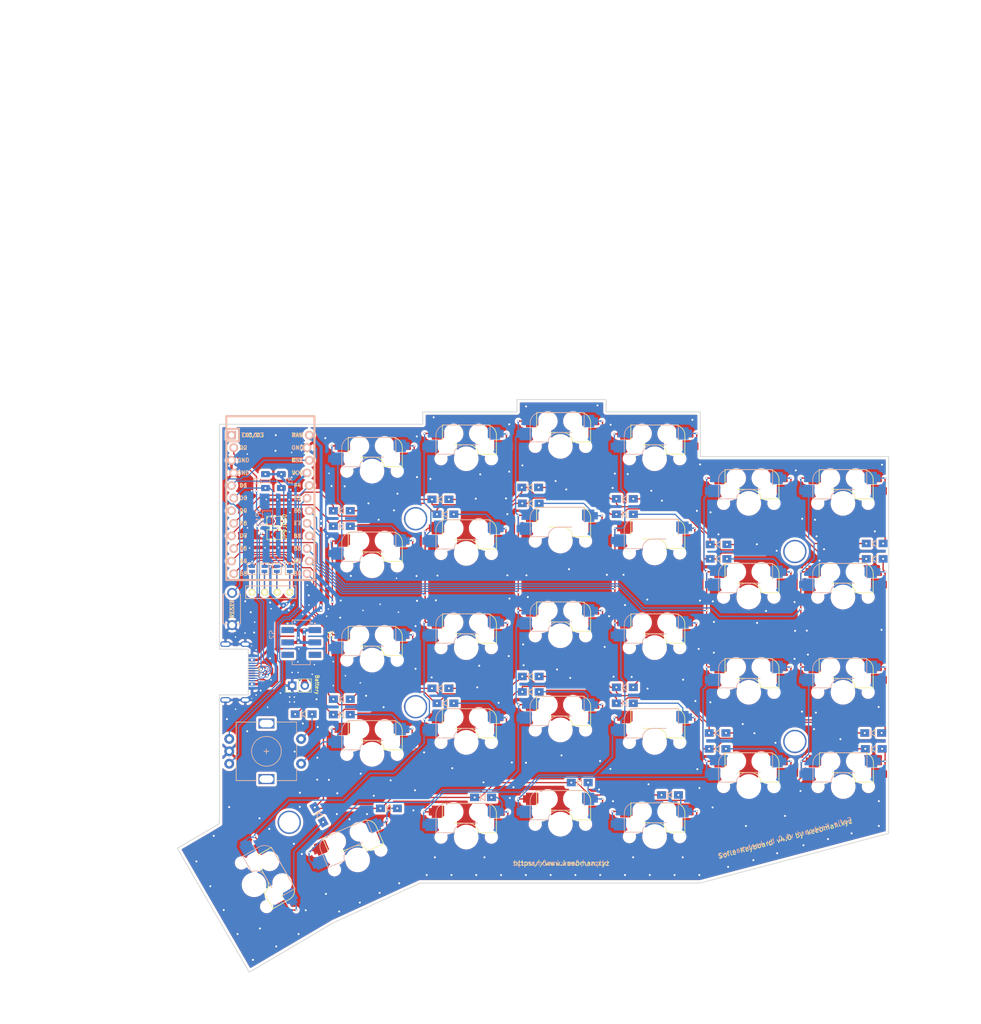
<source format=kicad_pcb>
(kicad_pcb (version 20241229) (generator "pcbnew") (generator_version "9.0")
  (layers (0 "F.Cu" signal) (2 "B.Cu" signal) (13 "F.Paste" user) (15 "B.Paste" user) (5 "F.SilkS" user "F.Silkscreen") (7 "B.SilkS" user "B.Silkscreen") (1 "F.Mask" user) (3 "B.Mask" user) (25 "Edge.Cuts" user))
  (net 0 "")
  (net 1 "Net-(D1-A)")
  (net 2 "row4")
  (net 3 "Net-(D2-A)")
  (net 4 "Net-(D3-A)")
  (net 5 "row0")
  (net 6 "Net-(D4-A)")
  (net 7 "row1")
  (net 8 "Net-(D5-A)")
  (net 9 "row2")
  (net 10 "Net-(D6-A)")
  (net 11 "row3")
  (net 12 "Net-(D7-A)")
  (net 13 "Net-(D8-A)")
  (net 14 "Net-(D9-A)")
  (net 15 "Net-(D10-A)")
  (net 16 "Net-(D11-A)")
  (net 17 "Net-(D12-A)")
  (net 18 "Net-(D13-A)")
  (net 19 "Net-(D14-A)")
  (net 20 "Net-(D15-A)")
  (net 21 "Net-(D16-A)")
  (net 22 "Net-(D17-A)")
  (net 23 "Net-(D18-A)")
  (net 24 "Net-(D19-A)")
  (net 25 "Net-(D20-A)")
  (net 26 "Net-(D21-A)")
  (net 27 "Net-(D22-A)")
  (net 28 "Net-(D23-A)")
  (net 29 "Net-(D24-A)")
  (net 30 "Net-(D26-A)")
  (net 31 "Net-(D27-A)")
  (net 32 "Net-(D28-A)")
  (net 33 "VCC")
  (net 34 "GND")
  (net 35 "col0")
  (net 36 "col1")
  (net 37 "col2")
  (net 38 "col3")
  (net 39 "col4")
  (net 40 "SDA")
  (net 42 "SCL")
  (net 43 "RESET")
  (net 44 "Net-(D29-A)")
  (net 45 "DATA")
  (net 46 "Net-(D30-A)")
  (net 47 "Net-(J3-P3)")
  (net 48 "Net-(J3-P1)")
  (net 49 "Net-(J3-P2)")
  (net 50 "Net-(J3-P4)")
  (net 51 "SW25B")
  (net 52 "SW25A")
  (net 53 "ENCB")
  (net 54 "ENCA")
  (net 55 "/i2c_c")
  (net 56 "/i2c_d")
  (net 60 "Net-(U1-RAW)")
  (net 63 "Net-(J2-Pin_2)")
  (footprint "SofleKeyboard-footprint:HOLE_M2_TH" (layer "F.Cu") (at 129.3 59.6)
    (property "Reference" "TH3" (hide yes))
    (property "Value" "HOLE" (hide yes))
  )
  (footprint "SofleKeyboard-footprint:HOLE_M2_TH" (layer "F.Cu") (at 205.8 66.21)
    (property "Reference" "TH4" (hide yes))
    (property "Value" "HOLE" (hide yes))
  )
  (footprint "SofleKeyboard-footprint:HOLE_M2_TH" (layer "F.Cu") (at 205.8 104.51)
    (property "Reference" "TH6" (hide yes))
    (property "Value" "HOLE" (hide yes))
  )
  (footprint "SofleKeyboard-footprint:HOLE_M2_TH" (layer "F.Cu") (at 103.8 120.81 90)
    (property "Reference" "TH7" (hide yes))
    (property "Value" "HOLE" (hide yes))
  )
  (footprint "SofleKeyboard-footprint:ArduinoProMicro-ZigZag-DoubleSided" (layer "F.Cu") (at 100 56.71 -90)
    (property "Reference" "U1" (hide yes))
    (property "Value" "ProMicro" (hide yes))
  )
  (footprint "SofleKeyboard-footprint:Jumper" (layer "F.Cu") (at 103.9 69.7 90)
    (property "Reference" "JP1" (hide yes))
    (property "Value" "Jumper_NO_Small" (hide yes))
  )
  (footprint "SofleKeyboard-footprint:Jumper" (layer "F.Cu") (at 101.3 69.7 90)
    (property "Reference" "JP2" (hide yes))
    (property "Value" "Jumper_NO_Small" (hide yes))
  )
  (footprint "SofleKeyboard-footprint:Jumper" (layer "F.Cu") (at 98.8 69.7 90)
    (property "Reference" "JP3" (hide yes))
    (property "Value" "Jumper_NO_Small" (hide yes))
  )
  (footprint "SofleKeyboard-footprint:Diode_SOD123" (layer "F.Cu") (at 114.4 58)
    (property "Reference" "D1" (hide yes))
    (property "Value" "D" (hide yes))
  )
  (footprint "SofleKeyboard-footprint:Diode_SOD123" (layer "F.Cu") (at 134.3 55.7)
    (property "Reference" "D2" (hide yes))
    (property "Value" "D" (hide yes))
  )
  (footprint "SofleKeyboard-footprint:Diode_SOD123" (layer "F.Cu") (at 152.4 53.3)
    (property "Reference" "D3" (hide yes))
    (property "Value" "D" (hide yes))
  )
  (footprint "SofleKeyboard-footprint:Diode_SOD123" (layer "F.Cu") (at 171.5 55.6)
    (property "Reference" "D4" (hide yes))
    (property "Value" "D" (hide yes))
  )
  (footprint "SofleKeyboard-footprint:Diode_SOD123" (layer "F.Cu") (at 190.4 64.8)
    (property "Reference" "D5" (hide yes))
    (property "Value" "D" (hide yes))
  )
  (footprint "SofleKeyboard-footprint:Diode_SOD123" (layer "F.Cu") (at 221.9 64.6)
    (property "Reference" "D6" (hide yes))
    (property "Value" "D" (hide yes))
  )
  (footprint "SofleKeyboard-footprint:Diode_SOD123" (layer "F.Cu") (at 114.4 61.1)
    (property "Reference" "D7" (hide yes))
    (property "Value" "D" (hide yes))
  )
  (footprint "SofleKeyboard-footprint:Diode_SOD123" (layer "F.Cu") (at 135.3 58.7)
    (property "Reference" "D8" (hide yes))
    (property "Value" "D" (hide yes))
  )
  (footprint "SofleKeyboard-footprint:Diode_SOD123" (layer "F.Cu") (at 152.5 56.5)
    (property "Reference" "D9" (hide yes))
    (property "Value" "D" (hide yes))
  )
  (footprint "SofleKeyboard-footprint:Diode_SOD123" (layer "F.Cu") (at 171.5 58.7)
    (property "Reference" "D10" (hide yes))
    (property "Value" "D" (hide yes))
  )
  (footprint "SofleKeyboard-footprint:Diode_SOD123" (layer "F.Cu") (at 190.4 67.7)
    (property "Reference" "D11" (hide yes))
    (property "Value" "D" (hide yes))
  )
  (footprint "SofleKeyboard-footprint:Diode_SOD123" (layer "F.Cu") (at 221.9 67.7)
    (property "Reference" "D12" (hide yes))
    (property "Value" "D" (hide yes))
  )
  (footprint "SofleKeyboard-footprint:Diode_SOD123" (layer "F.Cu") (at 114.4 96)
    (property "Reference" "D13" (hide yes))
    (property "Value" "D" (hide yes))
  )
  (footprint "SofleKeyboard-footprint:Diode_SOD123" (layer "F.Cu") (at 134.3 93.8)
    (property "Reference" "D14" (hide yes))
    (property "Value" "D" (hide yes))
  )
  (footprint "SofleKeyboard-footprint:Diode_SOD123" (layer "F.Cu") (at 152.5 91.4)
    (property "Reference" "D15" (hide yes))
    (property "Value" "D" (hide yes))
  )
  (footprint "SofleKeyboard-footprint:Diode_SOD123" (layer "F.Cu") (at 171.5 93.6)
    (property "Reference" "D16" (hide yes))
    (property "Value" "D" (hide yes))
  )
  (footprint "SofleKeyboard-footprint:Diode_SOD123" (layer "F.Cu") (at 190.2 102.8)
    (property "Reference" "D17" (hide yes))
    (property "Value" "D" (hide yes))
  )
  (footprint "SofleKeyboard-footprint:Diode_SOD123" (layer "F.Cu") (at 221.6 102.8)
    (property "Reference" "D18" (hide yes))
    (property "Value" "D" (hide yes))
  )
  (footprint "SofleKeyboard-footprint:Diode_SOD123" (layer "F.Cu") (at 114.4 99.1)
    (property "Reference" "D19" (hide yes))
    (property "Value" "D" (hide yes))
  )
  (footprint "SofleKeyboard-footprint:Diode_SOD123" (layer "F.Cu") (at 135.3 96.8)
    (property "Reference" "D20" (hide yes))
    (property "Value" "D" (hide yes))
  )
  (footprint "SofleKeyboard-footprint:Diode_SOD123" (layer "F.Cu") (at 152.5 94.5)
    (property "Reference" "D21" (hide yes))
    (property "Value" "D" (hide yes))
  )
  (footprint "SofleKeyboard-footprint:Diode_SOD123" (layer "F.Cu") (at 171.5 96.8)
    (property "Reference" "D22" (hide yes))
    (property "Value" "D" (hide yes))
  )
  (footprint "SofleKeyboard-footprint:Diode_SOD123" (layer "F.Cu") (at 190.2 106)
    (property "Reference" "D23" (hide yes))
    (property "Value" "D" (hide yes))
  )
  (footprint "SofleKeyboard-footprint:Diode_SOD123" (layer "F.Cu") (at 221.7 106)
    (property "Reference" "D24" (hide yes))
    (property "Value" "D" (hide yes))
  )
  (footprint "SofleKeyboard-footprint:Diode_SOD123" (layer "F.Cu") (at 106.7 99.01)
    (property "Reference" "D25" (hide yes))
    (property "Value" "D" (hide yes))
  )
  (footprint "SofleKeyboard-footprint:Diode_SOD123" (layer "F.Cu") (at 109.8 119.3 -60)
    (property "Reference" "D26" (hide yes))
    (property "Value" "D" (hide yes))
  )
  (footprint "SofleKeyboard-footprint:Diode_SOD123" (layer "F.Cu") (at 123.9 118)
    (property "Reference" "D27" (hide yes))
    (property "Value" "D" (hide yes))
  )
  (footprint "SofleKeyboard-footprint:Diode_SOD123" (layer "F.Cu") (at 142.9 115.8)
    (property "Reference" "D28" (hide yes))
    (property "Value" "D" (hide yes))
  )
  (footprint "SofleKeyboard-footprint:Diode_SOD123" (layer "F.Cu") (at 162.4 112.81)
    (property "Reference" "D29" (hide yes))
    (property "Value" "D" (hide yes))
  )
  (footprint "SofleKeyboard-footprint:CherryMX_Hotswap" (layer "F.Cu") (at 120.5 50)
    (property "Reference" "SW1" (hide yes))
    (property "Value" "SW_PUSH" (hide yes))
  )
  (footprint "SofleKeyboard-footprint:CherryMX_Hotswap" (layer "F.Cu") (at 120.5 69.1)
    (property "Reference" "SW7" (hide yes))
    (property "Value" "SW_PUSH" (hide yes))
  )
  (footprint "SofleKeyboard-footprint:CherryMX_Hotswap" (layer "F.Cu") (at 120.5 88.1)
    (property "Reference" "SW13" (hide yes))
    (property "Value" "SW_PUSH" (hide yes))
  )
  (footprint "SofleKeyboard-footprint:CherryMX_Hotswap" (layer "F.Cu") (at 120.5 107.1)
    (property "Reference" "SW19" (hide yes))
    (property "Value" "SW_PUSH" (hide yes))
  )
  (footprint "SofleKeyboard-footprint:CherryMX_Hotswap_1.5" (layer "F.Cu") (at 96.7 133.41 -60)
    (property "Reference" "SW26" (hide yes))
    (property "Value" "SW_PUSH" (hide yes))
  )
  (footprint "SofleKeyboard-footprint:CherryMX_Hotswap" (layer "F.Cu") (at 117.6 128.4 23)
    (property "Reference" "SW27" (hide yes))
    (property "Value" "SW_PUSH" (hide yes))
  )
  (footprint "SofleKeyboard-footprint:CherryMX_Hotswap" (layer "F.Cu") (at 139.5 123.8)
    (property "Reference" "SW28" (hide yes))
    (property "Value" "SW_PUSH" (hide yes))
  )
  (footprint "SofleKeyboard-footprint:CherryMX_Hotswap" (layer "F.Cu") (at 158.5 121.2)
    (property "Reference" "SW29" (hide yes))
    (property "Value" "SW_PUSH" (hide yes))
  )
  (footprint "SofleKeyboard-footprint:Jumper" (layer "F.Cu") (at 96.3 69.7 90)
    (property "Reference" "JP4" (hide yes))
    (property "Value" "Jumper_NO_Small" (hide yes))
  )
  (footprint "SofleKeyboard-footprint:OLED_4Pin" (layer "F.Cu") (at 96.3 74.41)
    (property "Reference" "J3" (hide yes))
    (property "Value" "OLED" (hide yes))
  )
  (footprint "SofleKeyboard-footprint:Diode_SOD123" (layer "F.Cu") (at 180.6 115.31)
    (property "Reference" "D30" (hide yes))
    (property "Value" "D" (hide yes))
  )
  (footprint "SofleKeyboard-footprint:CherryMX_Hotswap" (layer "F.Cu") (at 139.5 85.6)
    (property "Reference" "SW14" (hide yes))
    (property "Value" "SW_PUSH" (hide yes))
  )
  (footprint "SofleKeyboard-footprint:CherryMX_Hotswap" (layer "F.Cu") (at 139.5 104.7)
    (property "Reference" "SW20" (hide yes))
    (property "Value" "SW_PUSH" (hide yes))
  )
  (footprint "SofleKeyboard-footprint:CherryMX_Hotswap" (layer "F.Cu") (at 139.5 66.6)
    (property "Reference" "SW8" (hide yes))
    (property "Value" "SW_PUSH" (hide yes))
  )
  (footprint "SofleKeyboard-footprint:CherryMX_Hotswap" (layer "F.Cu") (at 139.5 47.5)
    (property "Reference" "SW2" (hide yes))
    (property "Value" "SW_PUSH" (hide yes))
  )
  (footprint "SofleKeyboard-footprint:CherryMX_Hotswap" (layer "F.Cu") (at 158.5 83.2)
    (property "Reference" "SW15" (hide yes))
    (property "Value" "SW_PUSH" (hide yes))
  )
  (footprint "SofleKeyboard-footprint:CherryMX_Hotswap" (layer "F.Cu") (at 158.5 45.01)
    (property "Reference" "SW3" (hide yes))
    (property "Value" "SW_PUSH" (hide yes))
  )
  (footprint "SofleKeyboard-footprint:CherryMX_Hotswap" (layer "F.Cu") (at 158.5 64.1)
    (property "Reference" "SW9" (hide yes))
    (property "Value" "SW_PUSH" (hide yes))
  )
  (footprint "SofleKeyboard-footprint:CherryMX_Hotswap" (layer "F.Cu") (at 158.5 102.2)
    (property "Reference" "SW21" (hide yes))
    (property "Value" "SW_PUSH" (hide yes))
  )
  (footprint "SofleKeyboard-footprint:CherryMX_Hotswap" (layer "F.Cu") (at 177.5 104.7)
    (property "Reference" "SW22" (hide yes))
    (property "Value" "SW_PUSH" (hide yes))
  )
  (footprint "SofleKeyboard-footprint:CherryMX_Hotswap" (layer "F.Cu") (at 177.5 66.5)
    (property "Reference" "SW10" (hide yes))
    (property "Value" "SW_PUSH" (hide yes))
  )
  (footprint "SofleKeyboard-footprint:CherryMX_Hotswap" (layer "F.Cu") (at 177.5 123.7)
    (property "Reference" "SW30" (hide yes))
    (property "Value" "SW_PUSH" (hide yes))
  )
  (footprint "SofleKeyboard-footprint:CherryMX_Hotswap" (layer "F.Cu") (at 177.5 85.6)
    (property "Reference" "SW16" (hide yes))
    (property "Value" "SW_PUSH" (hide yes))
  )
  (footprint "SofleKeyboard-footprint:CherryMX_Hotswap" (layer "F.Cu") (at 177.5 47.5)
    (property "Reference" "SW4" (hide yes))
    (property "Value" "SW_PUSH" (hide yes))
  )
  (footprint "SofleKeyboard-footprint:CherryMX_Hotswap" (layer "F.Cu") (at 196.5 56.5)
    (property "Reference" "SW5" (hide yes))
    (property "Value" "SW_PUSH" (hide yes))
  )
  (footprint "SofleKeyboard-footprint:CherryMX_Hotswap" (layer "F.Cu") (at 196.5 113.6)
    (property "Reference" "SW23" (hide yes))
    (property "Value" "SW_PUSH" (hide yes))
  )
  (footprint "SofleKeyboard-footprint:CherryMX_Hotswap" (layer "F.Cu") (at 215.5 94.6)
    (property "Reference" "SW18" (hide yes))
    (property "Value" "SW_PUSH" (hide yes))
  )
  (footprint "SofleKeyboard-footprint:CherryMX_Hotswap" (layer "F.Cu") (at 215.55 113.6)
    (property "Reference" "SW24" (hide yes))
    (property "Value" "SW_PUSH" (hide yes))
  )
  (footprint "SofleKeyboard-footprint:CherryMX_Hotswap" (layer "F.Cu") (at 215.5 56.5)
    (property "Reference" "SW6" (hide yes))
    (property "Value" "SW_PUSH" (hide yes))
  )
  (footprint "SofleKeyboard-footprint:CherryMX_Hotswap" (layer "F.Cu") (at 215.5 75.4)
    (property "Reference" "SW12" (hide yes))
    (property "Value" "SW_PUSH" (hide yes))
  )
  (footprint "SofleKeyboard-footprint:CherryMX_Hotswap" (layer "F.Cu") (at 196.5 94.6)
    (property "Reference" "SW17" (hide yes))
    (property "Value" "SW_PUSH" (hide yes))
  )
  (footprint "SofleKeyboard-footprint:CherryMX_Hotswap" (layer "F.Cu") (at 196.5 75.4)
    (property "Reference" "SW11" (hide yes))
    (property "Value" "SW_PUSH" (hide yes))
  )
  (footprint "SofleKeyboard-footprint:HOLE_M2_TH" (layer "F.Cu") (at 129.3 97.51)
    (property "Reference" "TH5" (hide yes))
    (property "Value" "HOLE" (hide yes))
  )
  (footprint "SofleKeyboard-footprint:RotaryEncoder_Alps_EC11E-Switch_Vertical_H20mm-keebio_modified" (layer "F.Cu") (at 99.2 106.5)
    (property "Reference" "SW25" (hide yes))
    (property "Value" "Rotary_Encoder_Switch")
  )
  (footprint "Jumper:SolderJumper-2_P1.3mm_Open_TrianglePad1.0x1.5mm" (layer "F.Cu") (at 100.7 62.81 180)
    (property "Reference" "JP9")
    (property "Value" "I2CSCL")
  )
  (footprint "Jumper:SolderJumper-2_P1.3mm_Open_TrianglePad1.0x1.5mm" (layer "F.Cu") (at 100.675 60.11)
    (property "Reference" "JP10")
    (property "Value" "IC2SDA")
  )
  (footprint "SofleKeyboard-footprint:TACT_SWITCH_TVBP06" (layer "F.Cu") (at 92.28 77.802 90)
    (property "Reference" "RSW1" (hide yes))
    (property "Value" "SW_RST" (hide yes))
  )
  (footprint "S1:PinHeader_1x02_P2.54mm_Vertical" (layer "F.Cu") (at 104.405 93.252 90)
    (property "Reference" "J2" (hide yes))
    (property "Value" "Battery_L")
  )
  (footprint "S1:SW_JS202011SCQN" (layer "F.Cu") (at 106.23 84.552 -90)
    (property "Reference" "S1")
    (property "Value" "JS202011SCQN")
  )
  (footprint "TypeC:TYPE-C-31-M-13C" (layer "F.Cu") (at 90.94 90.512 -90)
    (property "Reference" "J4")
    (property "Value" "TYPE-C-31-M-13C")
  )
  (footprint "SofleKeyboard-footprint:R_1206_DoubleSided" (layer "B.Cu") (at 102.2 52.01 -90)
    (property "Reference" "R1")
    (property "Value" "R")
  )
  (footprint "SofleKeyboard-footprint:R_1206_DoubleSided" (layer "B.Cu") (at 99 52.01 -90)
    (property "Reference" "R2")
    (property "Value" "R")
  )
  (footprint "SofleKeyboard-footprint:Jumper" (layer "B.Cu") (at 101.3 69.7 90)
    (property "Reference" "JP6" (hide yes))
    (property "Value" "Jumper_NO_Small" (hide yes))
  )
  (footprint "SofleKeyboard-footprint:Jumper" (layer "B.Cu") (at 98.8 69.7 90)
    (property "Reference" "JP7" (hide yes))
    (property "Value" "Jumper_NO_Small" (hide yes))
  )
  (footprint "SofleKeyboard-footprint:Jumper" (layer "B.Cu") (at 96.3 69.7 90)
    (property "Reference" "JP8" (hide yes))
    (property "Value" "Jumper_NO_Small" (hide yes))
  )
  (footprint "SofleKeyboard-footprint:Jumper" (layer "B.Cu") (at 103.9 69.7 90)
    (property "Reference" "JP5" (hide yes))
    (property "Value" "Jumper_NO_Small" (hide yes))
  )
  (footprint "Jumper:SolderJumper-2_P1.3mm_Bridged2Bar_Pad1.0x1.5mm" (layer "B.Cu") (at 99.4 59.41 -90)
    (property "Reference" "JP11")
    (property "Value" "Serial")
  )
  (footprint "S1:SW_JS202011SCQN" (layer "B.Cu") (at 106.23 84.552 -90)
    (property "Reference" "S2")
    (property "Value" "JS202011SCQN")
  )
  (footprint "TypeC:TYPE-C-31-M-13C" (layer "B.Cu") (at 90.94 90.512 90)
    (property "Reference" "J5")
    (property "Value" "TYPE-C-31-M-13C")
  )
  (gr_line (start 130.73 40.552) (end 111.23 40.552) (stroke (width 0.15)) (layer "Edge.Cuts"))
  (gr_line (start 149.73 38.052) (end 130.73 38.052) (stroke (width 0.15)) (layer "Edge.Cuts"))
  (gr_line (start 149.73 35.552) (end 149.73 38.052) (stroke (width 0.15)) (layer "Edge.Cuts"))
  (gr_line (start 89.73 100.552) (end 89.73 121.052) (stroke (width 0.15)) (layer "Edge.Cuts"))
  (gr_line (start 224.73 47.052) (end 186.73 47.052) (stroke (width 0.15)) (layer "Edge.Cuts"))
  (gr_line (start 167.73 35.552) (end 149.73 35.552) (stroke (width 0.15)) (layer "Edge.Cuts"))
  (gr_line (start 186.73 47.052) (end 186.73 38.052) (stroke (width 0.15)) (layer "Edge.Cuts"))
  (gr_line (start 95.53 95.132) (end 89.73 95.132) (stroke (width 0.15)) (layer "Edge.Cuts"))
  (gr_line (start 89.73 95.132) (end 89.73 100.552) (stroke (width 0.15)) (layer "Edge.Cuts"))
  (gr_line (start 112.73 141.052) (end 130.23 133.052) (stroke (width 0.15)) (layer "Edge.Cuts"))
  (gr_line (start 130.23 133.052) (end 186.73 133.052) (stroke (width 0.15)) (layer "Edge.Cuts"))
  (gr_line (start 224.73 123.052) (end 224.73 47.052) (stroke (width 0.15)) (layer "Edge.Cuts"))
  (gr_line (start 186.73 133.052) (end 224.73 123.052) (stroke (width 0.15)) (layer "Edge.Cuts"))
  (gr_line (start 111.23 40.552) (end 89.73 40.552) (stroke (width 0.15)) (layer "Edge.Cuts"))
  (gr_line (start 130.73 38.052) (end 130.73 40.552) (stroke (width 0.15)) (layer "Edge.Cuts"))
  (gr_line (start 167.73 38.052) (end 167.73 35.552) (stroke (width 0.15)) (layer "Edge.Cuts"))
  (gr_line (start 89.73 85.891) (end 95.53 85.891) (stroke (width 0.15)) (layer "Edge.Cuts"))
  (gr_line (start 81.23 126.052) (end 95.73 151.052) (stroke (width 0.15)) (layer "Edge.Cuts"))
  (gr_line (start 89.73 121.052) (end 87.23 122.552) (stroke (width 0.15)) (layer "Edge.Cuts"))
  (gr_line (start 95.73 151.052) (end 112.73 141.052) (stroke (width 0.15)) (layer "Edge.Cuts"))
  (gr_line (start 95.53 85.891) (end 95.53 95.132) (stroke (width 0.15)) (layer "Edge.Cuts"))
  (gr_line (start 89.73 40.552) (end 89.73 85.891) (stroke (width 0.15)) (layer "Edge.Cuts"))
  (gr_line (start 186.73 38.052) (end 167.73 38.052) (stroke (width 0.15)) (layer "Edge.Cuts"))
  (gr_line (start 87.23 122.552) (end 81.23 126.052) (stroke (width 0.15)) (layer "Edge.Cuts"))
  (gr_text "Sofle Keyboard v4.0 by keebman.xyz" (at 203.83 124.102 15) (layer "F.SilkS") (effects (font (size 1 1))))
  (gr_text "https://www.keebman.xyz" (at 158.73 129.052 0) (layer "F.SilkS") (effects (font (size 1 1))))
  (gr_text "Sofle Keyboard v4.0 by keebman.xyz" (at 203.78 123.902 15) (layer "B.SilkS") (effects (font (size 1 1)) (justify mirror)))
  (gr_text "https://www.keebman.xyz" (at 158.53 129.052 0) (layer "B.SilkS") (effects (font (size 1 1)) (justify mirror)))
  (segment (start 129 49.382) (end 129 47.5) (width 0.25) (layer "F.Cu") (net 1))
  (segment (start 116.1 58) (end 120.382 58) (width 0.25) (layer "F.Cu") (net 1))
  (segment (start 120.382 58) (end 129 49.382) (width 0.25) (layer "F.Cu") (net 1))
  (segment (start 129 47.5) (end 129 44.91) (width 0.25) (layer "F.Cu") (net 1))
  (via (at 129 44.91) (size 0.4) (drill 0.3) (layers "F.Cu" "B.Cu") (net 1))
  (segment (start 127.7 44.9) (end 128.99 44.9) (width 0.25) (layer "B.Cu") (net 1))
  (segment (start 128.99 44.9) (end 129 44.91) (width 0.25) (layer "B.Cu") (net 1))
  (segment (start 110.83 97.292) (end 110.6 97.522) (width 0.25) (layer "F.Cu") (net 2))
  (segment (start 105.172 99.01) (end 105 99.01) (width 0.25) (layer "F.Cu") (net 2))
  (segment (start 110.7 116.077757) (end 110.7 98.122) (width 0.25) (layer "F.Cu") (net 2))
  (segment (start 164.35 115.31) (end 178.9 115.31) (width 0.25) (layer "F.Cu") (net 2))
  (segment (start 108.95 117.827757) (end 110.7 116.077757) (width 0.25) (layer "F.Cu") (net 2))
  (segment (start 110.6 98.022) (end 110.7 98.122) (width 0.25) (layer "F.Cu") (net 2))
  (segment (start 106.190099 69.976915) (end 106.190099 76.912099) (width 0.25) (layer "F.Cu") (net 2))
  (segment (start 124.55 115.8) (end 122.35 118) (width 0.25) (layer "F.Cu") (net 2))
  (segment (start 103.063218 66.850034) (end 106.190099 69.976915) (width 0.25) (layer "F.Cu") (net 2))
  (segment (start 110.83 81.552) (end 110.83 97.292) (width 0.25) (layer "F.Cu") (net 2))
  (segment (start 145.34 112.81) (end 160.7 112.81) (width 0.25) (layer "F.Cu") (net 2))
  (segment (start 141.2 115.8) (end 124.55 115.8) (width 0.25) (layer "F.Cu") (net 2))
  (segment (start 96.438566 66.850034) (end 103.063218 66.850034) (width 0.25) (layer "F.Cu") (net 2))
  (segment (start 160.7 112.81) (end 161.85 112.81) (width 0.25) (layer "F.Cu") (net 2))
  (segment (start 161.85 112.81) (end 164.35 115.31) (width 0.25) (layer "F.Cu") (net 2))
  (segment (start 142.35 115.8) (end 145.34 112.81) (width 0.25) (layer "F.Cu") (net 2))
  (segment (start 122.35 118) (end 122.2 118) (width 0.25) (layer "F.Cu") (net 2))
  (segment (start 109.122243 118) (end 108.95 117.827757) (width 0.25) (layer "F.Cu") (net 2))
  (segment (start 92.6086 70.68) (end 96.438566 66.850034) (width 0.25) (layer "F.Cu") (net 2))
  (segment (start 110.6 97.522) (end 110.35 97.772) (width 0.25) (layer "F.Cu") (net 2))
  (segment (start 141.2 115.8) (end 142.35 115.8) (width 0.25) (layer "F.Cu") (net 2))
  (segment (start 109.9 97.522) (end 106.66 97.522) (width 0.25) (layer "F.Cu") (net 2))
  (segment (start 110.7 98.122) (end 110.35 97.772) (width 0.25) (layer "F.Cu") (net 2))
  (segment (start 106.190099 76.912099) (end 110.83 81.552) (width 0.25) (layer "F.Cu") (net 2))
  (segment (start 141.35 115.8) (end 141.2 115.8) (width 0.25) (layer "F.Cu") (net 2))
  (segment (start 110.35 97.772) (end 110.1 97.522) (width 0.25) (layer "F.Cu") (net 2))
  (segment (start 109.9 97.522) (end 110.6 97.522) (width 0.25) (layer "F.Cu") (net 2))
  (segment (start 106.66 97.522) (end 105.172 99.01) (width 0.25) (layer "F.Cu") (net 2))
  (segment (start 110.6 97.522) (end 110.6 98.022) (width 0.25) (layer "F.Cu") (net 2))
  (segment (start 110.1 97.522) (end 109.9 97.522) (width 0.25) (layer "F.Cu") (net 2))
  (segment (start 122.2 118) (end 109.122243 118) (width 0.25) (layer "F.Cu") (net 2))
  (segment (start 139.382 55.7) (end 148 47.082) (width 0.25) (layer "F.Cu") (net 3))
  (segment (start 147.6 42.5) (end 147.6 43.86) (width 0.25) (layer "F.Cu") (net 3))
  (segment (start 136 55.7) (end 139.382 55.7) (width 0.25) (layer "F.Cu") (net 3))
  (segment (start 148 45.1) (end 146.44 45.1) (width 0.25) (layer "F.Cu") (net 3))
  (segment (start 148 47.082) (end 148 45) (width 0.25) (layer "F.Cu") (net 3))
  (segment (start 146.44 45.1) (end 146.4 45.06) (width 0.25) (layer "F.Cu") (net 3))
  (segment (start 147.6 43.86) (end 146.4 45.06) (width 0.25) (layer "F.Cu") (net 3))
  (via (at 147.6 42.5) (size 0.4) (drill 0.3) (layers "F.Cu" "B.Cu") (net 3))
  (segment (start 145.1 42.52) (end 146.68 42.52) (width 0.25) (layer "B.Cu") (net 3))
  (segment (start 146.68 42.52) (end 146.7 42.5) (width 0.25) (layer "B.Cu") (net 3))
  (segment (start 146.7 42.5) (end 147.6 42.5) (width 0.25) (layer "B.Cu") (net 3))
  (segment (start 167 44.502) (end 167 42.51) (width 0.25) (layer "F.Cu") (net 4))
  (segment (start 167 42.51) (end 167 40.01) (width 0.25) (layer "F.Cu") (net 4))
  (segment (start 154.1 53.3) (end 158.202 53.3) (width 0.25) (layer "F.Cu") (net 4))
  (segment (start 158.202 53.3) (end 167 44.502) (width 0.25) (layer "F.Cu") (net 4))
  (segment (start 167 40.01) (end 166.9 39.91) (width 0.25) (layer "F.Cu") (net 4))
  (via (at 166.9 39.91) (size 0.4) (drill 0.3) (layers "F.Cu" "B.Cu") (net 4))
  (segment (start 165.7 39.91) (end 166.9 39.91) (width 0.25) (layer "B.Cu") (net 4))
  (segment (start 182.688402 57.17499) (end 188.7 63.186588) (width 0.25) (layer "F.Cu") (net 5))
  (segment (start 112.7 57) (end 112.7 58) (width 0.25) (layer "F.Cu") (net 5))
  (segment (start 132.6 55.7) (end 123.401002 55.7) (width 0.25) (layer "F.Cu") (net 5))
  (segment (start 106.814775 54.238699) (end 109.938699 54.238699) (width 0.25) (layer "F.Cu") (net 5))
  (segment (start 106.190099 54.863375) (end 106.814775 54.238699) (width 0.25) (layer "F.Cu") (net 5))
  (segment (start 188.7 63.186588) (end 188.7 64.8) (width 0.25) (layer "F.Cu") (net 5))
  (segment (start 189.85 64.8) (end 190.925001 65.875001) (width 0.25) (layer "F.Cu") (net 5))
  (segment (start 109.938699 54.238699) (end 112.7 57) (width 0.25) (layer "F.Cu") (net 5))
  (segment (start 113.925001 59.075001) (end 112.85 58) (width 0.25) (layer "F.Cu") (net 5))
  (segment (start 150.85 53.3) (end 150.7 53.3) (width 0.25) (layer "F.Cu") (net 5))
  (segment (start 120.026001 59.075001) (end 113.925001 59.075001) (width 0.25) (layer "F.Cu") (net 5))
  (segment (start 169.8 55.6) (end 169.8 56.6) (width 0.25) (layer "F.Cu") (net 5))
  (segment (start 98.265225 54.863375) (end 106.190099 54.863375) (width 0.25) (layer "F.Cu") (net 5))
  (segment (start 199.756999 65.875001) (end 203.68 61.952) (width 0.25) (layer "F.Cu") (net 5))
  (segment (start 132.675001 56.775001) (end 148.224999 56.775001) (width 0.25) (layer "F.Cu") (net 5))
  (segment (start 112.85 58) (end 112.7 58) (width 0.25) (layer "F.Cu") (net 5))
  (segment (start 123.401002 55.7) (end 120.026001 59.075001) (width 0.25) (layer "F.Cu") (net 5))
  (segment (start 132.75 55.7) (end 132.6 55.7) (width 0.25) (layer "F.Cu") (net 5))
  (segment (start 188.7 64.8) (end 189.85 64.8) (width 0.25) (layer "F.Cu") (net 5))
  (segment (start 132.6 55.7) (end 132.6 56.7) (width 0.25) (layer "F.Cu") (net 5))
  (segment (start 188.9 64.8) (end 188.7 64.8) (width 0.25) (layer "F.Cu") (net 5))
  (segment (start 150.7 53.3) (end 151.85 53.3) (width 0.25) (layer "F.Cu") (net 5))
  (segment (start 170.37499 57.17499) (end 182.688402 57.17499) (width 0.25) (layer "F.Cu") (net 5))
  (segment (start 190.925001 65.875001) (end 199.756999 65.875001) (width 0.25) (layer "F.Cu") (net 5))
  (segment (start 169.8 56.6) (end 170.37499 57.17499) (width 0.25) (layer "F.Cu") (net 5))
  (segment (start 203.68 61.952) (end 207.03 61.952) (width 0.25) (layer "F.Cu") (net 5))
  (segment (start 209.678 64.6) (end 220.2 64.6) (width 0.25) (layer "F.Cu") (net 5))
  (segment (start 92.6086 60.52) (end 98.265225 54.863375) (width 0.25) (layer "F.Cu") (net 5))
  (segment (start 150.7 54.3) (end 150.7 53.3) (width 0.25) (layer "F.Cu") (net 5))
  (segment (start 168.024989 54.974989) (end 168.65 55.6) (width 0.25) (layer "F.Cu") (net 5))
  (segment (start 148.224999 56.775001) (end 150.7 54.3) (width 0.25) (layer "F.Cu") (net 5))
  (segment (start 207.03 61.952) (end 209.678 64.6) (width 0.25) (layer "F.Cu") (net 5))
  (segment (start 168.65 55.6) (end 169.8 55.6) (width 0.25) (layer "F.Cu") (net 5))
  (segment (start 151.85 53.3) (end 153.524989 54.974989) (width 0.25) (layer "F.Cu") (net 5))
  (segment (start 170 55.6) (end 169.8 55.6) (width 0.25) (layer "F.Cu") (net 5))
  (segment (start 132.6 56.7) (end 132.675001 56.775001) (width 0.25) (layer "F.Cu") (net 5))
  (segment (start 153.524989 54.974989) (end 168.024989 54.974989) (width 0.25) (layer "F.Cu") (net 5))
  (segment (start 173.2 55.6) (end 177.552 55.6) (width 0.25) (layer "F.Cu") (net 6))
  (segment (start 186 47.152) (end 186 45) (width 0.25) (layer "F.Cu") (net 6))
  (segment (start 177.552 55.6) (end 186 47.152) (width 0.25) (layer "F.Cu") (net 6))
  (segment (start 186 42.41) (end 186 45) (width 0.25) (layer "F.Cu") (net 6))
  (via (at 186 42.41) (size 0.4) (drill 0.3) (layers "F.Cu" "B.Cu") (net 6))
  (segment (start 185.99 42.4) (end 186 42.41) (width 0.25) (layer "B.Cu") (net 6))
  (segment (start 184.7 42.4) (end 185.99 42.4) (width 0.25) (layer "B.Cu") (net 6))
  (segment (start 187.474999 67.624999) (end 187.55 67.7) (width 0.25) (layer "F.Cu") (net 7))
  (segment (start 133.75 58.7) (end 133.6 58.7) (width 0.25) (layer "F.Cu") (net 7))
  (segment (start 92.1514 62.755126) (end 98.127827 56.778699) (width 0.25) (layer "F.Cu") (net 7))
  (segment (start 92.1514 63.06) (end 92.1514 62.755126) (width 0.25) (layer "F.Cu") (net 7))
  (segment (start 133.3 58.7) (end 131.1 56.5) (width 0.25) (layer "F.Cu") (net 7))
  (segment (start 188.7 67.7) (end 189.85 67.7) (width 0.25) (layer "F.Cu") (net 7))
  (segment (start 199.772 66.51) (end 203.63 62.652) (width 0.25) (layer "F.Cu") (net 7))
  (segment (start 133.6 57.7) (end 134.074989 57.225011) (width 0.25) (layer "F.Cu") (net 7))
  (segment (start 211.878 67.7) (end 220.2 67.7) (width 0.25) (layer "F.Cu") (net 7))
  (segment (start 133.6 58.7) (end 133.6 57.7) (width 0.25) (layer "F.Cu") (net 7))
  (segment (start 169.8 58.7) (end 170.95 58.7) (width 0.25) (layer "F.Cu") (net 7))
  (segment (start 150.8 56.5) (end 151.95 56.5) (width 0.25) (layer "F.Cu") (net 7))
  (segment (start 148.536989 57.225011) (end 149.262 56.5) (width 0.25) (layer "F.Cu") (net 7))
  (segment (start 119.712413 60.024999) (end 113.925001 60.024999) (width 0.25) (layer "F.Cu") (net 7))
  (segment (start 108.676699 56.778699) (end 111.55 59.652) (width 0.25) (layer "F.Cu") (net 7))
  (segment (start 170 58.7) (end 169.8 58.7) (width 0.25) (layer "F.Cu") (net 7))
  (segment (start 153.025001 55.424999) (end 165.374999 55.424999) (width 0.25) (layer "F.Cu") (net 7))
  (segment (start 111.55 59.652) (end 111.55 60.1) (width 0.25) (layer "F.Cu") (net 7))
  (segment (start 150.95 56.5) (end 150.8 56.5) (width 0.25) (layer "F.Cu") (net 7))
  (segment (start 112.55 61.1) (end 112.7 61.1) (width 0.25) (layer "F.Cu") (net 7))
  (segment (start 131.1 56.5) (end 123.237412 56.5) (width 0.25) (layer "F.Cu") (net 7))
  (segment (start 170.95 58.7) (end 172.025001 57.624999) (width 0.25) (layer "F.Cu") (net 7))
  (segment (start 113.925001 60.024999) (end 112.85 61.1) (width 0.25) (layer "F.Cu") (net 7))
  (segment (start 172.025001 57.624999) (end 182.502001 57.624999) (width 0.25) (layer "F.Cu") (net 7))
  (segment (start 168.65 58.7) (end 169.8 58.7) (width 0.25) (layer "F.Cu") (net 7))
  (segment (start 134.074989 57.225011) (end 148.536989 57.225011) (width 0.25) (layer "F.Cu") (net 7))
  (segment (start 206.83 62.652) (end 211.878 67.7) (width 0.25) (layer "F.Cu") (net 7))
  (segment (start 165.374999 55.424999) (end 168.65 58.7) (width 0.25) (layer "F.Cu") (net 7))
  (segment (start 191.04 66.51) (end 199.772 66.51) (width 0.25) (layer "F.Cu") (net 7))
  (segment (start 187.474999 62.597997) (end 187.474999 67.624999) (width 0.25) (layer "F.Cu") (net 7))
  (segment (start 112.85 61.1) (end 112.7 61.1) (width 0.25) (layer "F.Cu") (net 7))
  (segment (start 149.262 56.5) (end 150.8 56.5) (width 0.25) (layer "F.Cu") (net 7))
  (segment (start 150.8 56.5) (end 150.6 56.7) (width 0.25) (layer "F.Cu") (net 7))
  (segment (start 189.85 67.7) (end 191.04 66.51) (width 0.25) (layer "F.Cu") (net 7))
  (segment (start 203.63 62.652) (end 206.83 62.652) (width 0.25) (layer "F.Cu") (net 7))
  (segment (start 111.55 60.1) (end 112.55 61.1) (width 0.25) (layer "F.Cu") (net 7))
  (segment (start 133.6 58.7) (end 133.3 58.7) (width 0.25) (layer "F.Cu") (net 7))
  (segment (start 182.502001 57.624999) (end 187.474999 62.597997) (width 0.25) (layer "F.Cu") (net 7))
  (segment (start 98.127827 56.778699) (end 108.676699 56.778699) (width 0.25) (layer "F.Cu") (net 7))
  (segment (start 123.237412 56.5) (end 119.712413 60.024999) (width 0.25) (layer "F.Cu") (net 7))
  (segment (start 187.55 67.7) (end 188.7 67.7) (width 0.25) (layer "F.Cu") (net 7))
  (segment (start 151.95 56.5) (end 153.025001 55.424999) (width 0.25) (layer "F.Cu") (net 7))
  (segment (start 192.1 64.8) (end 196.262 64.8) (width 0.25) (layer "F.Cu") (net 8))
  (segment (start 205 54) (end 205 51.41) (width 0.25) (layer "F.Cu") (net 8))
  (segment (start 196.262 64.8) (end 205 56.062) (width 0.25) (layer "F.Cu") (net 8))
  (segment (start 205 56.062) (end 205 54) (width 0.25) (layer "F.Cu") (net 8))
  (via (at 205 51.41) (size 0.4) (drill 0.3) (layers "F.Cu" "B.Cu") (net 8))
  (segment (start 205 51.41) (end 203.71 51.41) (width 0.25) (layer "B.Cu") (net 8))
  (segment (start 203.71 51.41) (end 203.7 51.4) (width 0.25) (layer "B.Cu") (net 8))
  (segment (start 203.475991 100.172) (end 209.78 100.172) (width 0.25) (layer "F.Cu") (net 9))
  (segment (start 182.588402 95.27499) (end 188.5 101.186588) (width 0.25) (layer "F.Cu") (net 9))
  (segment (start 188.5 102.8) (end 188.35 102.8) (width 0.25) (layer "F.Cu") (net 9))
  (segment (start 112.8 96) (end 112.7 96) (width 0.25) (layer "F.Cu") (net 9))
  (segment (start 92.6086 65.6) (end 93.68 64.552) (width 0.25) (layer "F.Cu") (net 9))
  (segment (start 150.8 91.4) (end 151.95 91.4) (width 0.25) (layer "F.Cu") (net 9))
  (segment (start 123.6 93.8) (end 120.3 97.1) (width 0.25) (layer "F.Cu") (net 9))
  (segment (start 113.9 97.1) (end 112.8 96) (width 0.25) (layer "F.Cu") (net 9))
  (segment (start 132.6 93.8) (end 123.6 93.8) (width 0.25) (layer "F.Cu") (net 9))
  (segment (start 111.73 81.052) (end 109.18 78.502) (width 0.25) (layer "F.Cu") (net 9))
  (segment (start 188.5 102.8) (end 189.65 102.8) (width 0.25) (layer "F.Cu") (net 9))
  (segment (start 93.68 64.552) (end 93.809901 64.398699) (width 0.25) (layer "F.Cu") (net 9))
  (segment (start 149.9 92.3) (end 150.8 91.4) (width 0.25) (layer "F.Cu") (net 9))
  (segment (start 188.5 101.186588) (end 188.5 102.8) (width 0.25) (layer "F.Cu") (net 9))
  (segment (start 120.3 97.1) (end 113.9 97.1) (width 0.25) (layer "F.Cu") (net 9))
  (segment (start 170 93.6) (end 169.8 93.6) (width 0.25) (layer "F.Cu") (net 9))
  (segment (start 153.524989 92.974989) (end 168.024989 92.974989) (width 0.25) (layer "F.Cu") (net 9))
  (segment (start 133.85 94.9) (end 132.75 93.8) (width 0.25) (layer "F.Cu") (net 9))
  (segment (start 132.75 93.8) (end 132.6 93.8) (width 0.25) (layer "F.Cu") (net 9))
  (segment (start 169.8 93.6) (end 169.8 94.6) (width 0.25) (layer "F.Cu") (net 9))
  (segment (start 147.05 94.9) (end 133.85 94.9) (width 0.25) (layer "F.Cu") (net 9))
  (segment (start 170.474989 95.274989) (end 182.588402 95.27499) (width 0.25) (layer "F.Cu") (net 9))
  (segment (start 190.725001 103.875001) (end 199.77299 103.875001) (width 0.25) (layer "F.Cu") (net 9))
  (segment (start 93.833301 64.398699) (end 93.68 64.552) (width 0.25) (layer "F.Cu") (net 9))
  (segment (start 212.408 102.8) (end 219.9 102.8) (width 0.25) (layer "F.Cu") (net 9))
  (segment (start 109.18 64.882) (end 108.696699 64.398699) (width 0.25) (layer "F.Cu") (net 9))
  (segment (start 189.65 102.8) (end 190.725001 103.875001) (width 0.25) (layer "F.Cu") (net 9))
  (segment (start 150.95 91.4) (end 150.8 91.4) (width 0.25) (layer "F.Cu") (net 9))
  (segment (start 111.73 95.03) (end 111.73 81.052) (width 0.25) (layer "F.Cu") (net 9))
  (segment (start 109.18 78.502) (end 109.18 64.882) (width 0.25) (layer "F.Cu") (net 9))
  (segment (start 168.65 93.6) (end 169.8 93.6) (width 0.25) (layer "F.Cu") (net 9))
  (segment (start 169.8 94.6) (end 170.474989 95.274989) (width 0.25) (layer "F.Cu") (net 9))
  (segment (start 209.78 100.172) (end 212.408 102.8) (width 0.25) (layer "F.Cu") (net 9))
  (segment (start 149.65 92.3) (end 147.05 94.9) (width 0.25) (layer "F.Cu") (net 9))
  (segment (start 112.7 96) (end 111.73 95.03) (width 0.25) (layer "F.Cu") (net 9))
  (segment (start 199.77299 103.875001) (end 203.475991 100.172) (width 0.25) (layer "F.Cu") (net 9))
  (segment (start 151.95 91.4) (end 153.524989 92.974989) (width 0.25) (layer "F.Cu") (net 9))
  (segment (start 149.65 92.3) (end 149.9 92.3) (width 0.25) (layer "F.Cu") (net 9))
  (segment (start 108.696699 64.398699) (end 93.833301 64.398699) (width 0.25) (layer "F.Cu") (net 9))
  (segment (start 168.024989 92.974989) (end 168.65 93.6) (width 0.25) (layer "F.Cu") (net 9))
  (segment (start 224 51.41) (end 224 51.692842) (width 0.25) (layer "F.Cu") (net 10))
  (segment (start 224 64.2) (end 223.6 64.6) (width 0.25) (layer "F.Cu") (net 10))
  (segment (start 224 51.692842) (end 224 54) (width 0.25) (layer "F.Cu") (net 10))
  (segment (start 224 54) (end 224 64.2) (width 0.25) (layer "F.Cu") (net 10))
  (via (at 224 51.41) (size 0.4) (drill 0.3) (layers "F.Cu" "B.Cu") (net 10))
  (segment (start 223.99 51.4) (end 224 51.41) (width 0.25) (layer "B.Cu") (net 10))
  (segment (start 222.7 51.4) (end 223.99 51.4) (width 0.25) (layer "B.Cu") (net 10))
  (segment (start 108.73 78.752) (end 111.28 81.302) (width 0.25) (layer "F.Cu") (net 11))
  (segment (start 133.3 96.8) (end 131 94.5) (width 0.25) (layer "F.Cu") (net 11))
  (segment (start 150.8 93.5) (end 150.8 94.5) (width 0.25) (layer "F.Cu") (net 11))
  (segment (start 108.062439 69.478699) (end 108.73 70.14626) (width 0.25) (layer "F.Cu") (net 11))
  (segment (start 150.875001 93.424999) (end 150.8 93.5) (width 0.25) (layer "F.Cu") (net 11))
  (segment (start 93.891375 66.400025) (end 103.428025 66.400025) (width 0.25) (layer "F.Cu") (net 11))
  (segment (start 120.011411 98.024999) (end 114.925001 98.024999) (width 0.25) (layer "F.Cu") (net 11))
  (segment (start 169.8 96.8) (end 169.8 95.8) (width 0.25) (layer "F.Cu") (net 11))
  (segment (start 135.15 95.4) (end 133.75 96.8) (width 0.25) (layer "F.Cu") (net 11))
  (segment (start 209.615824 100.647824) (end 214.968 106) (width 0.25) (layer "F.Cu") (net 11))
  (segment (start 191.324989 104.325011) (end 200.041875 104.325011) (width 0.25) (layer "F.Cu") (net 11))
  (segment (start 113.85 99.1) (end 112.7 99.1) (width 0.25) (layer "F.Cu") (net 11))
  (segment (start 106.506699 69.478699) (end 108.062439 69.478699) (width 0.25) (layer "F.Cu") (net 11))
  (segment (start 114.925001 98.024999) (end 113.85 99.1) (width 0.25) (layer "F.Cu") (net 11))
  (segment (start 188.5 106) (end 189.65 106) (width 0.25) (layer "F.Cu") (net 11))
  (segment (start 170 96.8) (end 169.8 96.8) (width 0.25) (layer "F.Cu") (net 11))
  (segment (start 188.65 106) (end 188.5 106) (width 0.25) (layer "F.Cu") (net 11))
  (segment (start 108.73 70.14626) (end 108.73 78.752) (width 0.25) (layer "F.Cu") (net 11))
  (segment (start 182.402001 95.724999) (end 187.274999 100.597997) (width 0.25) (layer "F.Cu") (net 11))
  (segment (start 148.75 95.4) (end 149.65 94.5) (width 0.25) (layer "F.Cu") (net 11))
  (segment (start 133.6 96.8) (end 133.3 96.8) (width 0.25) (layer "F.Cu") (net 11))
  (segment (start 123.53641 94.5) (end 120.011411 98.024999) (width 0.25) (layer "F.Cu") (net 11))
  (segment (start 200.041875 104.325011) (end 203.719062 100.647824) (width 0.25) (layer "F.Cu") (net 11))
  (segment (start 92.1514 68.14) (end 93.891375 66.400025) (width 0.25) (layer "F.Cu") (net 11))
  (segment (start 167.424999 93.424999) (end 150.875001 93.424999) (width 0.25) (layer "F.Cu") (net 11))
  (segment (start 150.95 94.5) (end 150.8 94.5) (width 0.25) (layer "F.Cu") (net 11))
  (segment (start 131 94.5) (end 123.53641 94.5) (width 0.25) (layer "F.Cu") (net 11))
  (segment (start 111.28 97.83) (end 112.55 99.1) (width 0.25) (layer "F.Cu") (net 11))
  (segment (start 203.719062 100.647824) (end 209.615824 100.647824) (width 0.25) (layer "F.Cu") (net 11))
  (segment (start 189.65 106) (end 191.324989 104.325011) (width 0.25) (layer "F.Cu") (net 11))
  (segment (start 187.274999 105.924999) (end 187.35 106) (width 0.25) (layer "F.Cu") (net 11))
  (segment (start 172.025001 95.724999) (end 182.402001 95.724999) (width 0.25) (layer "F.Cu") (net 11))
  (segment (start 170.95 96.8) (end 172.025001 95.724999) (width 0.25) (layer "F.Cu") (net 11))
  (segment (start 214.968 106) (end 220 106) (width 0.25) (layer "F.Cu") (net 11))
  (segment (start 111.28 81.302) (end 111.28 97.83) (width 0.25) (layer "F.Cu") (net 11))
  (segment (start 103.428025 66.400025) (end 106.506699 69.478699) (width 0.25) (layer "F.Cu") (net 11))
  (segment (start 188.5 106) (end 188.35 106) (width 0.25) (layer "F.Cu") (net 11))
  (segment (start 187.35 106) (end 188.5 106) (width 0.25) (layer "F.Cu") (net 11))
  (segment (start 112.55 99.1) (end 112.7 99.1) (width 0.25) (layer "F.Cu") (net 11))
  (segment (start 169.8 95.8) (end 167.424999 93.424999) (width 0.25) (layer "F.Cu") (net 11))
  (segment (start 169.8 96.8) (end 170.95 96.8) (width 0.25) (layer "F.Cu") (net 11))
  (segment (start 187.274999 100.597997) (end 187.274999 105.924999) (width 0.25) (layer "F.Cu") (net 11))
  (segment (start 149.65 94.5) (end 150.8 94.5) (width 0.25) (layer "F.Cu") (net 11))
  (segment (start 133.75 96.8) (end 133.6 96.8) (width 0.25) (layer "F.Cu") (net 11))
  (segment (start 135.15 95.4) (end 148.75 95.4) (width 0.25) (layer "F.Cu") (net 11))
  (segment (start 128.7 65.26) (end 128.7 64) (width 0.25) (layer "F.Cu") (net 12))
  (segment (start 129 66.6) (end 127.44 66.6) (width 0.25) (layer "F.Cu") (net 12))
  (segment (start 127.4 66.56) (end 128.7 65.26) (width 0.25) (layer "F.Cu") (net 12))
  (segment (start 127.44 66.6) (end 127.4 66.56) (width 0.25) (layer "F.Cu") (net 12))
  (via (at 128.7 64) (size 0.4) (drill 0.3) (layers "F.Cu" "B.Cu") (net 12))
  (segment (start 127.68 64.02) (end 127.7 64) (width 0.25) (layer "B.Cu") (net 12))
  (segment (start 126.1 62.77) (end 124.43 61.1) (width 0.25) (layer "B.Cu") (net 12))
  (segment (start 127.7 64) (end 128.7 64) (width 0.25) (layer "B.Cu") (net 12))
  (segment (start 124.43 61.1) (end 116.1 61.1) (width 0.25) (layer "B.Cu") (net 12))
  (segment (start 126.1 64.02) (end 127.68 64.02) (width 0.25) (layer "B.Cu") (net 12))
  (segment (start 126.1 64.02) (end 126.1 62.77) (width 0.25) (layer "B.Cu") (net 12))
  (segment (start 146.440001 64.2) (end 146.4 64.159999) (width 0.25) (layer "F.Cu") (net 13))
  (segment (start 147.5 61.6) (end 147.5 63.059999) (width 0.25) (layer "F.Cu") (net 13))
  (segment (start 147.5 63.059999) (end 146.4 64.159999) (width 0.25) (layer "F.Cu") (net 13))
  (segment (start 148 64.2) (end 146.440001 64.2) (width 0.25) (layer "F.Cu") (net 13))
  (via (at 147.5 61.6) (size 0.4) (drill 0.3) (layers "F.Cu" "B.Cu") (net 13))
  (segment (start 137 58.7) (end 143.43 58.7) (width 0.25) (layer "B.Cu") (net 13))
  (segment (start 145.1 60.37) (end 145.1 61.52) (width 0.25) (layer "B.Cu") (net 13))
  (segment (start 143.43 58.7) (end 145.1 60.37) (width 0.25) (layer "B.Cu") (net 13))
  (segment (start 146.68 61.62) (end 146.7 61.6) (width 0.25) (layer "B.Cu") (net 13))
  (segment (start 145.1 61.52) (end 145.2 61.62) (width 0.25) (layer "B.Cu") (net 13))
  (segment (start 146.7 61.6) (end 147.5 61.6) (width 0.25) (layer "B.Cu") (net 13))
  (segment (start 145.2 61.62) (end 146.68 61.62) (width 0.25) (layer "B.Cu") (net 13))
  (segment (start 166.9 61.5) (end 167 61.6) (width 0.25) (layer "F.Cu") (net 14))
  (segment (start 166.9 59.01) (end 166.9 61.5) (width 0.25) (layer "F.Cu") (net 14))
  (via (at 166.9 59.01) (size 0.4) (drill 0.3) (layers "F.Cu" "B.Cu") (net 14))
  (segment (start 163.2 56.5) (end 165.7 59) (width 0.25) (layer "B.Cu") (net 14))
  (segment (start 154.2 56.5) (end 163.2 56.5) (width 0.25) (layer "B.Cu") (net 14))
  (segment (start 165.7 59) (end 166.89 59) (width 0.25) (layer "B.Cu") (net 14))
  (segment (start 166.89 59) (end 166.9 59.01) (width 0.25) (layer "B.Cu") (net 14))
  (segment (start 184.54 64.1) (end 184.5 64.06) (width 0.25) (layer "F.Cu") (net 15))
  (segment (start 185.6 61.5) (end 185.6 62.96) (width 0.25) (layer "F.Cu") (net 15))
  (segment (start 186.1 64.1) (end 184.54 64.1) (width 0.25) (layer "F.Cu") (net 15))
  (segment (start 185.6 62.96) (end 184.5 64.06) (width 0.25) (layer "F.Cu") (net 15))
  (via (at 185.6 61.5) (size 0.4) (drill 0.3) (layers "F.Cu" "B.Cu") (net 15))
  (segment (start 183.2 61.52) (end 184.78 61.52) (width 0.25) (layer "B.Cu") (net 15))
  (segment (start 184.8 61.5) (end 185.6 61.5) (width 0.25) (layer "B.Cu") (net 15))
  (segment (start 183.2 61.52) (end 183.2 60.27) (width 0.25) (layer "B.Cu") (net 15))
  (segment (start 184.78 61.52) (end 184.8 61.5) (width 0.25) (layer "B.Cu") (net 15))
  (segment (start 181.63 58.7) (end 173.2 58.7) (width 0.25) (layer "B.Cu") (net 15))
  (segment (start 183.2 60.27) (end 181.63 58.7) (width 0.25) (layer "B.Cu") (net 15))
  (segment (start 203.6 72.5) (end 203.4 72.7) (width 0.25) (layer "F.Cu") (net 16))
  (segment (start 205 70.41) (end 204.9 70.31) (width 0.25) (layer "F.Cu") (net 16))
  (segment (start 205 72.9) (end 205 70.41) (width 0.25) (layer "F.Cu") (net 16))
  (via (at 204.9 70.31) (size 0.4) (drill 0.3) (layers "F.Cu" "B.Cu") (net 16))
  (segment (start 202.33 68.552) (end 202.33 69.202) (width 0.25) (layer "B.Cu") (net 16))
  (segment (start 203.71 70.31) (end 203.7 70.3) (width 0.25) (layer "B.Cu") (net 16))
  (segment (start 204.9 70.31) (end 203.71 70.31) (width 0.25) (layer "B.Cu") (net 16))
  (segment (start 203.428 70.3) (end 203.7 70.3) (width 0.25) (layer "B.Cu") (net 16))
  (segment (start 201.478 67.7) (end 202.33 68.552) (width 0.25) (layer "B.Cu") (net 16))
  (segment (start 192.1 67.7) (end 201.478 67.7) (width 0.25) (layer "B.Cu") (net 16))
  (segment (start 202.33 69.202) (end 203.428 70.3) (width 0.25) (layer "B.Cu") (net 16))
  (segment (start 224 70.592842) (end 224 72.9) (width 0.25) (layer "F.Cu") (net 17))
  (segment (start 223.6 67.7) (end 223.6 69.91) (width 0.25) (layer "F.Cu") (net 17))
  (segment (start 223.6 69.91) (end 224 70.31) (width 0.25) (layer "F.Cu") (net 17))
  (segment (start 224 70.31) (end 224 70.592842) (width 0.25) (layer "F.Cu") (net 17))
  (via (at 224 70.31) (size 0.4) (drill 0.3) (layers "F.Cu" "B.Cu") (net 17))
  (segment (start 222.7 70.3) (end 223.99 70.3) (width 0.25) (layer "B.Cu") (net 17))
  (segment (start 223.99 70.3) (end 224 70.31) (width 0.25) (layer "B.Cu") (net 17))
  (segment (start 223.8 67.9) (end 223.6 67.7) (width 0.25) (layer "B.Cu") (net 17))
  (segment (start 127.4 85.56) (end 127.4 89.3) (width 0.25) (layer "F.Cu") (net 18))
  (segment (start 125.468 91.232) (end 121.04 91.232) (width 0.25) (layer "F.Cu") (net 18))
  (segment (start 116.272 96) (end 116.1 96) (width 0.25) (layer "F.Cu") (net 18))
  (segment (start 127.4 85.56) (end 128.7 84.26) (width 0.25) (layer "F.Cu") (net 18))
  (segment (start 129 85.6) (end 127.44 85.6) (width 0.25) (layer "F.Cu") (net 18))
  (segment (start 127.4 89.3) (end 125.468 91.232) (width 0.25) (layer "F.Cu") (net 18))
  (segment (start 127.44 85.6) (end 127.4 85.56) (width 0.25) (layer "F.Cu") (net 18))
  (segment (start 128.7 84.26) (end 128.7 83.000002) (width 0.25) (layer "F.Cu") (net 18))
  (segment (start 121.04 91.232) (end 116.272 96) (width 0.25) (layer "F.Cu") (net 18))
  (via (at 128.7 83.000002) (size 0.4) (drill 0.3) (layers "F.Cu" "B.Cu") (net 18))
  (segment (start 126.1 83.02) (end 126.119998 83.000002) (width 0.25) (layer "B.Cu") (net 18))
  (segment (start 126.119998 83.000002) (end 128.7 83.000002) (width 0.25) (layer "B.Cu") (net 18))
  (segment (start 139.602 93.8) (end 148 85.402) (width 0.25) (layer "F.Cu") (net 19))
  (segment (start 136.7 93.1) (end 136 93.8) (width 0.25) (layer "F.Cu") (net 19))
  (segment (start 147.8 80.6) (end 147.8 81.76) (width 0.25) (layer "F.Cu") (net 19))
  (segment (start 146.44 83.2) (end 146.4 83.16) (width 0.25) (layer "F.Cu") (net 19))
  (segment (start 148 83.2) (end 146.44 83.2) (width 0.25) (layer "F.Cu") (net 19))
  (segment (start 148 85.402) (end 148 83.1) (width 0.25) (layer "F.Cu") (net 19))
  (segment (start 136 93.8) (end 139.602 93.8) (width 0.25) (layer "F.Cu") (net 19))
  (segment (start 147.8 81.76) (end 146.4 83.16) (width 0.25) (layer "F.Cu") (net 19))
  (via (at 147.8 80.6) (size 0.4) (drill 0.3) (layers "F.Cu" "B.Cu") (net 19))
  (segment (start 146.7 80.6) (end 147.8 80.6) (width 0.25) (layer "B.Cu") (net 19))
  (segment (start 146.68 80.62) (end 146.7 80.6) (width 0.25) (layer "B.Cu") (net 19))
  (segment (start 145.1 80.62) (end 146.68 80.62) (width 0.25) (layer "B.Cu") (net 19))
  (segment (start 158.492 91.4) (end 167 82.892) (width 0.25) (layer "F.Cu") (net 20))
  (segment (start 154.2 91.4) (end 158.492 91.4) (width 0.25) (layer "F.Cu") (net 20))
  (segment (start 167 78.21) (end 166.9 78.11) (width 0.25) (layer "F.Cu") (net 20))
  (segment (start 167 82.892) (end 167 80.7) (width 0.25) (layer "F.Cu") (net 20))
  (segment (start 167 80.7) (end 167 78.21) (width 0.25) (layer "F.Cu") (net 20))
  (via (at 166.9 78.11) (size 0.4) (drill 0.3) (layers "F.Cu" "B.Cu") (net 20))
  (segment (start 166.89 78.1) (end 166.9 78.11) (width 0.25) (layer "B.Cu") (net 20))
  (segment (start 165.7 78.1) (end 166.89 78.1) (width 0.25) (layer "B.Cu") (net 20))
  (segment (start 173.2 93.3) (end 177.4 89.1) (width 0.25) (layer "F.Cu") (net 21))
  (segment (start 185.9 80.6) (end 185.9 81.76) (width 0.25) (layer "F.Cu") (net 21))
  (segment (start 173.2 93.6) (end 173.2 93.3) (width 0.25) (layer "F.Cu") (net 21))
  (segment (start 184.54 83.2) (end 184.5 83.16) (width 0.25) (layer "F.Cu") (net 21))
  (segment (start 184.5 86.9) (end 184.5 83.16) (width 0.25) (layer "F.Cu") (net 21))
  (segment (start 186.1 83.2) (end 184.54 83.2) (width 0.25) (layer "F.Cu") (net 21))
  (segment (start 185.9 81.76) (end 184.5 83.16) (width 0.25) (layer "F.Cu") (net 21))
  (segment (start 177.4 89.1) (end 182.3 89.1) (width 0.25) (layer "F.Cu") (net 21))
  (segment (start 182.3 89.1) (end 184.5 86.9) (width 0.25) (layer "F.Cu") (net 21))
  (via (at 185.9 80.6) (size 0.4) (drill 0.3) (layers "F.Cu" "B.Cu") (net 21))
  (segment (start 184.8 80.6) (end 185.9 80.6) (width 0.25) (layer "B.Cu") (net 21))
  (segment (start 183.2 80.62) (end 184.78 80.62) (width 0.25) (layer "B.Cu") (net 21))
  (segment (start 184.78 80.62) (end 184.8 80.6) (width 0.25) (layer "B.Cu") (net 21))
  (segment (start 205 89.61) (end 204.9 89.51) (width 0.25) (layer "F.Cu") (net 22))
  (segment (start 196.152 102.8) (end 205 93.952) (width 0.25) (layer "F.Cu") (net 22))
  (segment (start 203.6 91.7) (end 203.4 91.9) (width 0.25) (layer "F.Cu") (net 22))
  (segment (start 205 93.952) (end 205 92.1) (width 0.25) (layer "F.Cu") (net 22))
  (segment (start 205 92.1) (end 205 89.61) (width 0.25) (layer "F.Cu") (net 22))
  (segment (start 191.9 102.8) (end 196.152 102.8) (width 0.25) (layer "F.Cu") (net 22))
  (via (at 204.9 89.51) (size 0.4) (drill 0.3) (layers "F.Cu" "B.Cu") (net 22))
  (segment (start 204.9 89.51) (end 203.71 89.51) (width 0.25) (layer "B.Cu") (net 22))
  (segment (start 203.71 89.51) (end 203.7 89.5) (width 0.25) (layer "B.Cu") (net 22))
  (segment (start 224 89.51) (end 224 89.792842) (width 0.25) (layer "F.Cu") (net 23))
  (segment (start 224 102.1) (end 223.3 102.8) (width 0.25) (layer "F.Cu") (net 23))
  (segment (start 224 89.792842) (end 224 92.1) (width 0.25) (layer "F.Cu") (net 23))
  (segment (start 224 92.1) (end 224 102.1) (width 0.25) (layer "F.Cu") (net 23))
  (via (at 224 89.51) (size 0.4) (drill 0.3) (layers "F.Cu" "B.Cu") (net 23))
  (segment (start 223.99 89.5) (end 224 89.51) (width 0.25) (layer "B.Cu") (net 23))
  (segment (start 222.7 89.5) (end 223.99 89.5) (width 0.25) (layer "B.Cu") (net 23))
  (segment (start 128.6 103.36) (end 127.4 104.56) (width 0.25) (layer "F.Cu") (net 24))
  (segment (start 128.6 102) (end 128.6 103.36) (width 0.25) (layer "F.Cu") (net 24))
  (segment (start 129 104.6) (end 127.44 104.6) (width 0.25) (layer "F.Cu") (net 24))
  (segment (start 127.44 104.6) (end 127.4 104.56) (width 0.25) (layer "F.Cu") (net 24))
  (via (at 128.6 102) (size 0.4) (drill 0.3) (layers "F.Cu" "B.Cu") (net 24))
  (segment (start 124.43 99.1) (end 116.1 99.1) (width 0.25) (layer "B.Cu") (net 24))
  (segment (start 127.68 102.02) (end 127.7 102) (width 0.25) (layer "B.Cu") (net 24))
  (segment (start 127.7 102) (end 128.6 102) (width 0.25) (layer "B.Cu") (net 24))
  (segment (start 126.1 102.02) (end 127.68 102.02) (width 0.25) (layer "B.Cu") (net 24))
  (segment (start 126.1 100.77) (end 124.43 99.1) (width 0.25) (layer "B.Cu") (net 24))
  (segment (start 126.1 102.02) (end 126.1 100.77) (width 0.25) (layer "B.Cu") (net 24))
  (segment (start 147.6 101.06) (end 146.4 102.26) (width 0.25) (layer "F.Cu") (net 25))
  (segment (start 148 102.3) (end 146.44 102.3) (width 0.25) (layer "F.Cu") (net 25))
  (segment (start 146.44 102.3) (end 146.4 102.26) (width 0.25) (layer "F.Cu") (net 25))
  (segment (start 147.6 99.7) (end 147.6 101.06) (width 0.25) (layer "F.Cu") (net 25))
  (via (at 147.6 99.7) (size 0.4) (drill 0.3) (layers "F.Cu" "B.Cu") (net 25))
  (segment (start 146.68 99.72) (end 145.1 99.72) (width 0.25) (layer "B.Cu") (net 25))
  (segment (start 144.028 96.8) (end 137 96.8) (width 0.25) (layer "B.Cu") (net 25))
  (segment (start 145.1 99.72) (end 145.1 97.872) (width 0.25) (layer "B.Cu") (net 25))
  (segment (start 147.6 99.7) (end 146.7 99.7) (width 0.25) (layer "B.Cu") (net 25))
  (segment (start 145.1 97.872) (end 144.028 96.8) (width 0.25) (layer "B.Cu") (net 25))
  (segment (start 146.7 99.7) (end 146.68 99.72) (width 0.25) (layer "B.Cu") (net 25))
  (segment (start 167 99.7) (end 167 97.11) (width 0.25) (layer "F.Cu") (net 26))
  (segment (start 167 97.11) (end 166.9 97.01) (width 0.25) (layer "F.Cu") (net 26))
  (via (at 166.9 97.01) (size 0.4) (drill 0.3) (layers "F.Cu" "B.Cu") (net 26))
  (segment (start 164.03 97.1) (end 165.7 97.1) (width 0.25) (layer "B.Cu") (net 26))
  (segment (start 154.2 94.5) (end 163.328 94.5) (width 0.25) (layer "B.Cu") (net 26))
  (segment (start 165.7 97.1) (end 166.81 97.1) (width 0.25) (layer "B.Cu") (net 26))
  (segment (start 164.03 95.202) (end 164.03 97.1) (width 0.25) (layer "B.Cu") (net 26))
  (segment (start 163.328 94.5) (end 164.03 95.202) (width 0.25) (layer "B.Cu") (net 26))
  (segment (start 166.81 97.1) (end 166.9 97.01) (width 0.25) (layer "B.Cu") (net 26))
  (segment (start 184.54 102.3) (end 184.5 102.26) (width 0.25) (layer "F.Cu") (net 27))
  (segment (start 186.1 102.3) (end 184.54 102.3) (width 0.25) (layer "F.Cu") (net 27))
  (segment (start 185.6 101.16) (end 184.5 102.26) (width 0.25) (layer "F.Cu") (net 27))
  (segment (start 185.6 99.7) (end 185.6 101.16) (width 0.25) (layer "F.Cu") (net 27))
  (via (at 185.6 99.7) (size 0.4) (drill 0.3) (layers "F.Cu" "B.Cu") (net 27))
  (segment (start 184.8 99.7) (end 184.78 99.72) (width 0.25) (layer "B.Cu") (net 27))
  (segment (start 185.6 99.7) (end 184.8 99.7) (width 0.25) (layer "B.Cu") (net 27))
  (segment (start 183.2 97.772) (end 182.228 96.8) (width 0.25) (layer "B.Cu") (net 27))
  (segment (start 183.2 99.72) (end 183.2 97.772) (width 0.25) (layer "B.Cu") (net 27))
  (segment (start 184.78 99.72) (end 183.2 99.72) (width 0.25) (layer "B.Cu") (net 27))
  (segment (start 182.228 96.8) (end 173.2 96.8) (width 0.25) (layer "B.Cu") (net 27))
  (segment (start 205 111.1) (end 205 108.51) (width 0.25) (layer "F.Cu") (net 28))
  (via (at 205 108.51) (size 0.4) (drill 0.3) (layers "F.Cu" "B.Cu") (net 28))
  (segment (start 204.66 108.5) (end 204.79 108.5) (width 0.25) (layer "B.Cu") (net 28))
  (segment (start 191.9 106) (end 201.338 106) (width 0.25) (layer "B.Cu") (net 28))
  (segment (start 202.01 107.962) (end 202.548 108.5) (width 0.25) (layer "B.Cu") (net 28))
  (segment (start 204.66 108.5) (end 204.67 108.51) (width 0.25) (layer "B.Cu") (net 28))
  (segment (start 191.9 106) (end 192.05 106) (width 0.25) (layer "B.Cu") (net 28))
  (segment (start 201.338 106) (end 202.01 106.672) (width 0.25) (layer "B.Cu") (net 28))
  (segment (start 202.01 106.672) (end 202.01 107.962) (width 0.25) (layer "B.Cu") (net 28))
  (segment (start 204.67 108.51) (end 205 108.51) (width 0.25) (layer "B.Cu") (net 28))
  (segment (start 202.548 108.5) (end 203.7 108.5) (width 0.25) (layer "B.Cu") (net 28))
  (segment (start 203.7 108.5) (end 204.66 108.5) (width 0.25) (layer "B.Cu") (net 28))
  (segment (start 224 111.05) (end 224.05 111.1) (width 0.25) (layer "F.Cu") (net 29))
  (segment (start 224 106.6) (end 223.4 106) (width 0.25) (layer "F.Cu") (net 29))
  (segment (start 224 108.51) (end 224 111.05) (width 0.25) (layer "F.Cu") (net 29))
  (segment (start 224 108.51) (end 224 106.6) (width 0.25) (layer "F.Cu") (net 29))
  (via (at 224 108.51) (size 0.4) (drill 0.3) (layers "F.Cu" "B.Cu") (net 29))
  (segment (start 222.76 108.51) (end 222.75 108.5) (width 0.25) (layer "B.Cu") (net 29))
  (segment (start 223.2 106.1) (end 222.9 105.8) (width 0.25) (layer "B.Cu") (net 29))
  (segment (start 224 108.51) (end 222.76 108.51) (width 0.25) (layer "B.Cu") (net 29))
  (segment (start 104.12628 138.51) (end 105.3 138.51) (width 0.25) (layer "F.Cu") (net 30))
  (segment (start 103.115064 139.521216) (end 104.12628 138.51) (width 0.25) (layer "F.Cu") (net 30))
  (via (at 105.2 138.51) (size 0.4) (drill 0.3) (layers "F.Cu" "B.Cu") (net 30))
  (segment (start 104.71673 126.705513) (end 104.71673 137.095383) (width 0.25) (layer "B.Cu") (net 30))
  (segment (start 105.2 137.578653) (end 104.71673 137.095383) (width 0.25) (layer "B.Cu") (net 30))
  (segment (start 105.2 138.51) (end 105.2 137.578653) (width 0.25) (layer "B.Cu") (net 30))
  (segment (start 110.65 120.772243) (end 104.71673 126.705513) (width 0.25) (layer "B.Cu") (net 30))
  (segment (start 123.4 121.01) (end 123.5 120.41) (width 0.25) (layer "F.Cu") (net 31))
  (segment (start 123.5 121.83006) (end 123.4 121.01) (width 0.25) (layer "F.Cu") (net 31))
  (segment (start 124.447463 122.777523) (end 123.5 121.83006) (width 0.25) (layer "F.Cu") (net 31))
  (via (at 123.5 120.41) (size 0.4) (drill 0.3) (layers "F.Cu" "B.Cu") (net 31))
  (segment (start 122.234906 120.892161) (end 123.017839 120.892161) (width 0.25) (layer "B.Cu") (net 31))
  (segment (start 123.017839 120.892161) (end 123.5 120.41) (width 0.25) (layer "B.Cu") (net 31))
  (segment (start 123.5 118.95) (end 124.45 118) (width 0.25) (layer "B.Cu") (net 31))
  (segment (start 124.45 118) (end 125.6 118) (width 0.25) (layer "B.Cu") (net 31))
  (segment (start 123.5 120.41) (end 123.5 118.95) (width 0.25) (layer "B.Cu") (net 31))
  (segment (start 147.9 121.2) (end 148 121.3) (width 0.25) (layer "F.Cu") (net 32))
  (segment (start 147.9 118.71) (end 147.9 121.2) (width 0.25) (layer "F.Cu") (net 32))
  (via (at 147.9 118.71) (size 0.4) (drill 0.3) (layers "F.Cu" "B.Cu") (net 32))
  (segment (start 146.7 117.95) (end 146.7 118.7) (width 0.25) (layer "B.Cu") (net 32))
  (segment (start 145.75 115.8) (end 146.7 116.75) (width 0.25) (layer "B.Cu") (net 32))
  (segment (start 147.89 118.7) (end 147.9 118.71) (width 0.25) (layer "B.Cu") (net 32))
  (segment (start 146.7 116.75) (end 146.7 117.95) (width 0.25) (layer "B.Cu") (net 32))
  (segment (start 146.7 118.7) (end 147.89 118.7) (width 0.25) (layer "B.Cu") (net 32))
  (segment (start 144.6 115.8) (end 145.75 115.8) (width 0.25) (layer "B.Cu") (net 32))
  (segment (start 99.72 85.892) (end 100.08 86.252) (width 0.5) (layer "F.Cu") (net 33))
  (segment (start 101.182999 69.316621) (end 101.3 69.19962) (width 0.5) (layer "F.Cu") (net 33))
  (segment (start 102.66 77.102) (end 102.64 77.082) (width 0.5) (layer "F.Cu") (net 33))
  (segment (start 99.395 86.217) (end 99.72 85.892) (width 0.5) (layer "F.Cu") (net 33))
  (segment (start 101.08 87.252) (end 101.08 88.252) (width 0.5) (layer "F.Cu") (net 33))
  (segment (start 99.995 85.617) (end 100.23 85.382) (width 0.5) (layer "F.Cu") (net 33))
  (segment (start 100.08 85.532) (end 100.23 85.382) (width 0.5) (layer "F.Cu") (net 33))
  (segment (start 100.045 86.217) (end 99.395 86.217) (width 0.5) (layer "F.Cu") (net 33))
  (segment (start 99.988501 69.316621) (end 101.182999 69.316621) (width 0.5) (layer "F.Cu") (net 33))
  (segment (start 99.72 85.892) (end 99.995 85.617) (width 0.5) (layer "F.Cu") (net 33))
  (segment (start 101.08 88.252) (end 101.08 89.202) (width 0.5) (layer "F.Cu") (net 33))
  (segment (start 101.08 92.552) (end 101.23 92.402) (width 0.5) (layer "F.Cu") (net 33))
  (segment (start 102.88 76.842) (end 103.278891 76.842) (width 0.5) (layer "F.Cu") (net 33))
  (segment (start 100.08 86.252) (end 100.045 86.217) (width 0.5) (layer "F.Cu") (net 33))
  (segment (start 101.33 89.452) (end 101.33 92.302) (width 0.5) (layer "F.Cu") (net 33))
  (segment (start 101.08 92.552) (end 100.33 93.302) (width 0.5) (layer "F.Cu") (net 33))
  (segment (start 96.29 88.062) (end 97.55 88.062) (width 0.5) (layer "F.Cu") (net 33))
  (segment (start 101.33 92.302) (end 101.23 92.402) (width 0.5) (layer "F.Cu") (net 33))
  (segment (start 100.23 84.602) (end 100.23 79.492) (width 0.5) (layer "F.Cu") (net 33))
  (segment (start 98.92 93.302) (end 98.58 92.962) (width 0.5) (layer "F.Cu") (net 33))
  (segment (start 100.23 79.492) (end 102.64 77.082) (width 0.5) (layer "F.Cu") (net 33))
  (segment (start 100.23 85.382) (end 100.23 84.602) (width 0.5) (layer "F.Cu") (net 33))
  (segment (start 102.64 77.082) (end 102.88 76.842) (width 0.5) (layer "F.Cu") (net 33))
  (segment (start 97.55 88.062) (end 99.395 86.217) (width 0.5) (layer "F.Cu") (net 33))
  (segment (start 100.33 93.302) (end 98.92 93.302) (width 0.5) (layer "F.Cu") (net 33))
  (segment (start 100.08 86.252) (end 100.08 85.532) (width 0.5) (layer "F.Cu") (net 33))
  (segment (start 100.08 86.252) (end 101.08 87.252) (width 0.5) (layer "F.Cu") (net 33))
  (segment (start 98.58 92.962) (end 96.29 92.962) (width 0.5) (layer "F.Cu") (net 33))
  (segment (start 101.33 89.452) (end 101.08 89.202) (width 0.5) (layer "F.Cu") (net 33))
  (segment (start 100.23 85.252) (end 100.23 84.602) (width 0.5) (layer "F.Cu") (net 33))
  (via (at 102.64 77.082) (size 0.6) (drill 0.4) (layers "F.Cu" "B.Cu") (net 33))
  (via (at 103.278891 76.750891) (size 0.4) (drill 0.3) (layers "F.Cu" "B.Cu") (net 33))
  (via (at 99.988501 69.316621) (size 0.4) (drill 0.3) (layers "F.Cu" "B.Cu") (net 33))
  (via (at 96.29 92.962) (size 0.6) (drill 0.4) (layers "F.Cu" "B.Cu") (net 33))
  (via (at 96.29 88.062) (size 0.6) (drill 0.4) (layers "F.Cu" "B.Cu") (net 33))
  (segment (start 99.988501 69.316621) (end 99.8715 69.19962) (width 0.5) (layer "B.Cu") (net 33))
  (segment (start 103.278891 76.750891) (end 105.068501 74.961281) (width 0.5) (layer "B.Cu") (net 33))
  (segment (start 102.648891 77.380891) (end 103.278891 76.750891) (width 0.5) (layer "B.Cu") (net 33))
  (segment (start 105.068501 52.682899) (end 103.647899 52.682899) (width 0.5) (layer "B.Cu") (net 33))
  (segment (start 99.988501 74.718283) (end 102.021109 76.750891) (width 0.5) (layer "B.Cu") (net 33))
  (segment (start 102.2 51.235) (end 102.2 50.61) (width 0.5) (layer "B.Cu") (net 33))
  (segment (start 99.988501 69.316621) (end 99.988501 69.316621) (width 0.5) (layer "B.Cu") (net 33))
  (segment (start 99.988501 69.316621) (end 99.988501 74.718283) (width 0.5) (layer "B.Cu") (net 33))
  (segment (start 107.3914 50.36) (end 105.068501 52.682899) (width 0.5) (layer "B.Cu") (net 33))
  (segment (start 102.65 76.750891) (end 102.996049 76.750891) (width 0.5) (layer "B.Cu") (net 33))
  (segment (start 105.068501 52.682899) (end 105.068501 74.961281) (width 0.5) (layer "B.Cu") (net 33))
  (segment (start 102.021109 76.750891) (end 102.65 76.750891) (width 0.5) (layer "B.Cu") (net 33))
  (segment (start 99.8715 69.19962) (end 98.8 69.19962) (width 0.5) (layer "B.Cu") (net 33))
  (segment (start 103.647899 52.682899) (end 102.2 51.235) (width 0.5) (layer "B.Cu") (net 33))
  (segment (start 102.996049 76.750891) (end 103.278891 76.750891) (width 0.5) (layer "B.Cu") (net 33))
  (segment (start 102.65 76.750891) (end 102.65 77.379782) (width 0.5) (layer "B.Cu") (net 33))
  (segment (start 102.021109 76.750891) (end 102.021109 76.753109) (width 0.5) (layer "B.Cu") (net 33))
  (segment (start 102.2 50.61) (end 99 50.61) (width 0.5) (layer "B.Cu") (net 33))
  (segment (start 102.021109 76.753109) (end 102.215 76.947) (width 0.5) (layer "B.Cu") (net 33))
  (segment (start 102.65 77.379782) (end 102.648891 77.380891) (width 0.5) (layer "B.Cu") (net 33))
  (segment (start 102.215 76.947) (end 102.648891 77.380891) (width 0.5) (layer "B.Cu") (net 33))
  (segment (start 96.2293 53.9807) (end 96.3 54.0514) (width 0.5) (layer "F.Cu") (net 34))
  (segment (start 96.29 89.262) (end 97.17 89.262) (width 0.2) (layer "F.Cu") (net 34))
  (segment (start 96.29 93.762) (end 96.29 95.262) (width 0.5) (layer "F.Cu") (net 34))
  (segment (start 97.28 89.152) (end 97.68 88.752) (width 0.2) (layer "F.Cu") (net 34))
  (segment (start 97.68 88.752) (end 99.33 88.752) (width 0.2) (layer "F.Cu") (net 34))
  (segment (start 94.94 84.892) (end 96.07 85.592) (width 0.5) (layer "F.Cu") (net 34))
  (segment (start 92.1514 47.82) (end 92.1514 49.9028) (width 0.5) (layer "F.Cu") (net 34))
  (segment (start 94.91 96.142) (end 96.04 95.442) (width 0.5) (layer "F.Cu") (net 34))
  (segment (start 102.825042 67.425044) (end 103.9 68.500002) (width 0.5) (layer "F.Cu") (net 34))
  (segment (start 92.1514 49.9028) (end 92.6086 50.36) (width 0.5) (layer "F.Cu") (net 34))
  (segment (start 96.29 85.812) (end 96.07 85.592) (width 0.5) (layer "F.Cu") (net 34))
  (segment (start 97.73 92.262) (end 97.73 92.252) (width 0.2) (layer "F.Cu") (net 34))
  (segment (start 96.29 95.262) (end 95.42 96.132) (width 0.5) (layer "F.Cu") (net 34))
  (segment (start 97.17 89.262) (end 97.28 89.152) (width 0.2) (layer "F.Cu") (net 34))
  (segment (start 105.1 69.701378) (end 105.1 75.71) (width 0.5) (layer "F.Cu") (net 34))
  (segment (start 97.54 93.762) (end 98.03 94.252) (width 0.5) (layer "F.Cu") (net 34))
  (segment (start 97.93 92.052) (end 98.43 92.052) (width 0.2) (layer "F.Cu") (net 34))
  (segment (start 96.07 85.592) (end 95.37 84.892) (width 0.5) (layer "F.Cu") (net 34))
  (segment (start 95.37 84.892) (end 94.94 84.892) (width 0.5) (layer "F.Cu") (net 34))
  (segment (start 96.29 87.262) (end 96.29 85.812) (width 0.5) (layer "F.Cu") (net 34))
  (segment (start 103.9 68.500002) (end 103.9 69.19962) (width 0.5) (layer "F.Cu") (net 34))
  (segment (start 96.3 68.2) (end 97.074956 67.425044) (width 0.5) (layer "F.Cu") (net 34))
  (segment (start 97.074956 67.425044) (end 102.825042 67.425044) (width 0.5) (layer "F.Cu") (net 34))
  (segment (start 104.598242 69.19962) (end 105.1 69.701378) (width 0.5) (layer "F.Cu") (net 34))
  (segment (start 96.28 76.98) (end 97.418 75.842) (width 0.5) (layer "F.Cu") (net 34))
  (segment (start 97.73 92.252) (end 97.93 92.052) (width 0.2) (layer "F.Cu") (net 34))
  (segment (start 103.9 69.19962) (end 104.598242 69.19962) (width 0.5) (layer "F.Cu") (net 34))
  (segment (start 104.968 75.842) (end 105.1 75.71) (width 0.5) (layer "F.Cu") (net 34))
  (segment (start 96.29 92.262) (end 97.73 92.262) (width 0.25) (layer "F.Cu") (net 34))
  (segment (start 97.418 75.842) (end 104.968 75.842) (width 0.5) (layer "F.Cu") (net 34))
  (segment (start 95.42 96.132) (end 94.94 96.132) (width 0.5) (layer "F.Cu") (net 34))
  (segment (start 92.6086 50.36) (end 96.2293 53.9807) (width 0.5) (layer "F.Cu") (net 34))
  (segment (start 96.29 93.762) (end 97.54 93.762) (width 0.5) (layer "F.Cu") (net 34))
  (via (at 103.93 58.352) (size 0.4) (drill 0.3) (layers "F.Cu" "B.Cu") (net 34))
  (via (at 188.75 96.61) (size 0.6) (drill 0.4) (layers "F.Cu" "B.Cu") (net 34))
  (via (at 142.33 50.652) (size 0.6) (drill 0.4) (layers "F.Cu" "B.Cu") (net 34))
  (via (at 166.5 108.46) (size 0.6) (drill 0.4) (layers "F.Cu" "B.Cu") (net 34))
  (via (at 96.3 68.2) (size 0.4) (drill 0.3) (layers "F.Cu" "B.Cu") (net 34))
  (via (at 104.88 106.552) (size 0.6) (drill 0.4) (layers "F.Cu" "B.Cu") (net 34))
  (via (at 222.73 116.552) (size 0.6) (drill 0.4) (layers "F.Cu" "B.Cu") (net 34))
  (via (at 108.38 80.602) (size 0.4) (drill 0.3) (layers "F.Cu" "B.Cu") (net 34))
  (via (at 176.03 75.902) (size 0.6) (drill 0.4) (layers "F.Cu" "B.Cu") (net 34))
  (via (at 111.48 63.052) (size 0.4) (drill 0.3) (layers "F.Cu" "B.Cu") (net 34))
  (via (at 109.53 101.602) (size 0.6) (drill 0.4) (layers "F.Cu" "B.Cu") (net 34))
  (via (at 129.28 81.252) (size 0.6) (drill 0.4) (layers "F.Cu" "B.Cu") (net 34))
  (via (at 183.255 92.052) (size 0.6) (drill 0.4) (layers "F.Cu" "B.Cu") (net 34))
  (via (at 99.78 122.152) (size 0.6) (drill 0.4) (layers "F.Cu" "B.Cu") (net 34))
  (via (at 149.03 113.752) (size 0.6) (drill 0.4) (layers "F.Cu" "B.Cu") (net 34))
  (via (at 186.53 131.452) (size 0.6) (drill 0.4) (layers "F.Cu" "B.Cu") (net 34))
  (via (at 172.08 50.602) (size 0.6) (drill 0.4) (layers "F.Cu" "B.Cu") (net 34))
  (via (at 195.93 121.552) (size 0.6) (drill 0.4) (layers "F.Cu" "B.Cu") (net 34))
  (via (at 99.93 87.752) (size 0.6) (drill 0.4) (layers "F.Cu" "B.Cu") (net 34))
  (via (at 222.73 121.552) (size 0.6) (drill 0.4) (layers "F.Cu" "B.Cu") (net 34))
  (via (at 208.43 87.002) (size 0.6) (drill 0.4) (layers "F.Cu" "B.Cu") (net 34))
  (via (at 105.68 143.352) (size 0.6) (drill 0.4) (layers "F.Cu" "B.Cu") (net 34))
  (via (at 97.13 86.052) (size 0.4) (drill 0.3) (layers "F.Cu" "B.Cu") (net 34))
  (via (at 157.53 52.002) (size 0.6) (drill 0.4) (layers "F.Cu" "B.Cu") (net 34))
  (via (at 148.08 87.302) (size 0.6) (drill 0.4) (layers "F.Cu" "B.Cu") (net 34))
  (via (at 101.08 42.752) (size 0.6) (drill 0.4) (layers "F.Cu" "B.Cu") (net 34))
  (via (at 167.43 85.452) (size 0.6) (drill 0.4) (layers "F.Cu" "B.Cu") (net 34))
  (via (at 161.53 131.452) (size 0.6) (drill 0.4) (layers "F.Cu" "B.Cu") (net 34))
  (via (at 146.03 96.727) (size 0.6) (drill 0.4) (layers "F.Cu" "B.Cu") (net 34))
  (via (at 105.58 90.602) (size 0.4) (drill 0.3) (layers "F.Cu" "B.Cu") (net 34))
  (via (at 201.89 104.782) (size 0.6) (drill 0.4) (layers "F.Cu" "B.Cu") (net 34))
  (via (at 133.18 127.877) (size 0.6) (drill 0.4) (layers "F.Cu" "B.Cu") (net 34))
  (via (at 189.25 76.26) (size 0.6) (drill 0.4) (layers "F.Cu" "B.Cu") (net 34))
  (via (at 115.95 120.21) (size 0.6) (drill 0.4) (layers "F.Cu" "B.Cu") (net 34))
  (via (at 168.63 40.652) (size 0.6) (drill 0.4) (layers "F.Cu" "B.Cu") (net 34))
  (via (at 151.58 36.952) (size 0.6) (drill 0.4) (layers "F.Cu" "B.Cu") (net 34))
  (via (at 203.805 119.527) (size 0.6) (drill 0.4) (layers "F.Cu" "B.Cu") (net 34))
  (via (at 202.13 66.052) (size 0.6) (drill 0.4) (layers "F.Cu" "B.Cu") (net 34))
  (via (at 107.43 73.002) (size 0.4) (drill 0.3) (layers "F.Cu" "B.Cu") (net 34))
  (via (at 209.85 59.81) (size 0.6) (drill 0.4) (layers "F.Cu" "B.Cu") (net 34))
  (via (at 189.45 86.61) (size 0.6) (drill 0.4) (layers "F.Cu" "B.Cu") (net 34))
  (via (at 104.73 125.152) (size 0.6) (drill 0.4) (layers "F.Cu" "B.Cu") (net 34))
  (via (at 101.18 145.852) (size 0.6) (drill 0.4) (layers "F.Cu" "B.Cu") (net 34))
  (via (at 96.83 80.452) (size 0.4) (drill 0.3) (layers "F.Cu" "B.Cu") (net 34))
  (via (at 121.83 59.802) (size 0.6) (drill 0.4) (layers "F.Cu" "B.Cu") (net 34))
  (via (at 166.3 114.21) (size 0.6) (drill 0.4) (layers "F.Cu" "B.Cu") (net 34))
  (via (at 103.78 55.752) (size 0.4) (drill 0.3) (layers "F.Cu" "B.Cu") (net 34))
  (via (at 156.53 131.452) (size 0.6) (drill 0.4) (layers "F.Cu" "B.Cu") (net 34))
  (via (at 160.23 69.777) (size 0.6) (drill 0.4) (layers "F.Cu" "B.Cu") (net 34))
  (via (at 94.93 76.252) (size 0.6) (drill 0.4) (layers "F.Cu" "B.Cu") (net 34))
  (via (at 133.7 71.06) (size 0.6) (drill 0.4) (layers "F.Cu" "B.Cu") (net 34))
  (via (at 169.48 50.502) (size 0.6) (drill 0.4) (layers "F.Cu" "B.Cu") (net 34))
  (via (at 199.98 78.202) (size 0.6) (drill 0.4) (layers "F.Cu" "B.Cu") (net 34))
  (via (at 128.85 118.41) (size 0.6) (drill 0.4) (layers "F.Cu" "B.Cu") (net 34))
  (via (at 173.18 127.877) (size 0.6) (drill 0.4) (layers "F.Cu" "B.Cu") (net 34))
  (via (at 207.28 59.602) (size 0.6) (drill 0.4) (layers "F.Cu" "B.Cu") (net 34))
  (via (at 176.28 113.152) (size 0.6) (drill 0.4) (layers "F.Cu" "B.Cu") (net 34))
  (via (at 113.88 138.802) (size 0.6) (drill 0.4) (layers "F.Cu" "B.Cu") (net 34))
  (via (at 103.88 96.552) (size 0.4) (drill 0.3) (layers "F.Cu" "B.Cu") (net 34))
  (via (at 143.18 127.877) (size 0.6) (drill 0.4) (layers "F.Cu" "B.Cu") (net 34))
  (via (at 122.83 97.602) (size 0.6) (drill 0.4) (layers "F.Cu" "B.Cu") (net 34))
  (via (at 119.78 56.502) (size 0.6) (drill 0.4) (layers "F.Cu" "B.Cu") (net 34))
  (via (at 114.08 79.552) (size 0.6) (drill 0.4) (layers "F.Cu" "B.Cu") (net 34))
  (via (at 210.18 63.152) (size 0.6) (drill 0.4) (layers "F.Cu" "B.Cu") (net 34))
  (via (at 198.13 64.752) (size 0.6) (drill 0.4) (layers "F.Cu" "B.Cu") (net 34))
  (via (at 118.205 111.002) (size 0.6) (drill 0.4) (layers "F.Cu" "B.Cu") (net 34))
  (via (at 159.68 53.702) (size 0.6) (drill 0.4) (layers "F.Cu" "B.Cu") (net 34))
  (via (at 93.38 143.352) (size 0.6) (drill 0.4) (layers "F.Cu" "B.Cu") (net 34))
  (via (at 95.13 55.352) (size 0.4) (drill 0.3) (layers "F.Cu" "B.Cu") (net 34))
  (via (at 124.25 112.36) (size 0.6) (drill 0.4) (layers "F.Cu" "B.Cu") (net 34))
  (via (at 132.28 51.552) (size 0.6) (drill 0.4) (layers "F.Cu" "B.Cu") (net 34))
  (via (at 168.33 79.252) (size 0.6) (drill 0.4) (layers "F.Cu" "B.Cu") (net 34))
  (via (at 205.73 76.402) (size 0.6) (drill 0.4) (layers "F.Cu" "B.Cu") (net 34))
  (via (at 141.73 93.602) (size 0.6) (drill 0.4) (layers "F.Cu" "B.Cu") (net 34))
  (via (at 141.53 131.452) (size 0.6) (drill 0.4) (layers "F.Cu" "B.Cu") (net 34))
  (via (at 96.08 42.402) (size 0.4) (drill 0.3) (layers "F.Cu" "B.Cu") (net 34))
  (via (at 171.53 131.452) (size 0.6) (drill 0.4) (layers "F.Cu" "B.Cu") (net 34))
  (via (at 147.53 55.502) (size 0.6) (drill 0.4) (layers "F.Cu" "B.Cu") (net 34))
  (via (at 101.63 65.452) (size 0.4) (drill 0.3) (layers "F.Cu" "B.Cu") (net 34))
  (via (at 176.08 93.852) (size 0.6) (drill 0.4) (layers "F.Cu" "B.Cu") (net 34))
  (via (at 106.53 100.902) (size 0.6) (drill 0.4) (layers "F.Cu" "B.Cu") (net 34))
  (via (at 129.58 76.152) (size 0.6) (drill 0.4) (layers "F.Cu" "B.Cu") (net 34))
  (via (at 101.43 55.752) (size 0.4) (drill 0.3) (layers "F.Cu" "B.Cu") (net 34))
  (via (at 98.03 94.252) (size 0.6) (drill 0.4) (layers "F.Cu" "B.Cu") (net 34))
  (via (at 112.68 93.252) (size 0.4) (drill 0.3) (layers "F.Cu" "B.Cu") (net 34))
  (via (at 151.65 71.01) (size 0.6) (drill 0.4) (layers "F.Cu" "B.Cu") (net 34))
  (via (at 207.23 98.502) (size 0.6) (drill 0.4) (layers "F.Cu" "B.Cu") (net 34))
  (via (at 129.28 89.852) (size 0.6) (drill 0.4) (layers "F.Cu" "B.Cu") (net 34))
  (via (at 195.28 101.002) (size 0.6) (drill 0.4) (layers "F.Cu" "B.Cu") (net 34))
  (via (at 205.73 87.852) (size 0.6) (drill 0.4) (layers "F.Cu" "B.Cu") (net 34))
  (via (at 114.98 53.06) (size 0.6) (drill 0.4) (layers "F.Cu" "B.Cu") (net 34))
  (via (at 107.13 138.552) (size 0.6) (drill 0.4) (layers "F.Cu" "B.Cu") (net 34))
  (via (at 205.98 49.852) (size 0.6) (drill 0.4) (layers "F.Cu" "B.Cu") (net 34))
  (via (at 111.33 79.252) (size 0.4) (drill 0.3) (layers "F.Cu" "B.Cu") (net 34))
  (via (at 96.03 78.452) (size 0.6) (drill 0.4) (layers "F.Cu" "B.Cu") (net 34))
  (via (at 119.5 119.16) (size 0.6) (drill 0.4) (layers "F.Cu" "B.Cu") (net 34))
  (via (at 129.58 51.202) (size 0.6) (drill 0.4) (layers "F.Cu" "B.Cu") (net 34))
  (via (at 107.73 75.052) (size 0.6) (drill 0.4) (layers "F.Cu" "B.Cu") (net 34))
  (via (at 118.03 137.002) (size 0.6) (drill 0.4) (layers "F.Cu" "B.Cu") (net 34))
  (via (at 119.303662 95.296143) (size 0.6) (drill 0.4) (layers "F.Cu" "B.Cu") (net 34))
  (via (at 206.93 114.502) (size 0.6) (drill 0.4) (layers "F.Cu" "B.Cu") (net 34))
  (via (at 105.73 85.852) (size 0.4) (drill 0.3) (layers "F.Cu" "B.Cu") (net 34))
  (via (at 91.68 117.752) (size 0.6) (drill 0.4) (layers "F.Cu" "B.Cu") (net 34))
  (via (at 104.38 90.602) (size 0.4) (drill 0.3) (layers "F.Cu" "B.Cu") (net 34))
  (via (at 223.38 48.702) (size 0.6) (drill 0.4) (layers "F.Cu" "B.Cu") (net 34))
  (via (at 115.13 91.252) (size 0.4) (drill 0.3) (layers "F.Cu" "B.Cu") (net 34))
  (via (at 186.38 85.852) (size 0.6) (drill 0.4) (layers "F.Cu" "B.Cu") (net 34))
  (via (at 129.18 114.352) (size 0.6) (drill 0.4) (layers "F.Cu" "B.Cu") (net 34))
  (via (at 208.2 82.16) (size 0.6) (drill 0.4) (layers "F.Cu" "B.Cu") (net 34))
  (via (at 150.83 48.852) (size 0.6) (drill 0.4) (layers "F.Cu" "B.Cu") (net 34))
  (via (at 183.18 127.877) (size 0.6) (drill 0.4) (layers "F.Cu" "B.Cu") (net 34))
  (via (at 197.43 128.452) (size 0.6) (drill 0.4) (layers "F.Cu" "B.Cu") (net 34))
  (via (at 109.305 96.002) (size 0.6) (drill 0.4) (layers "F.Cu" "B.Cu") (net 34))
  (via (at 197.63 102.852) (size 0.6) (drill 0.4) (layers "F.Cu" "B.Cu") (net 34))
  (via (at 190.38 62.752) (size 0.6) (drill 0.4) (layers "F.Cu" "B.Cu") (net 34))
  (via (at 95.33 46.552) (size 0.4) (drill 0.3) (layers "F.Cu" "B.Cu") (net 34))
  (via (at 102.03 94.752) (size 0.4) (drill 0.3) (layers "F.Cu" "B.Cu") (net 34))
  (via (at 91.23 100.002) (size 0.6) (drill 0.4) (layers "F.Cu" "B.Cu") (net 34))
  (via (at 151.08 89.152) (size 0.6) (drill 0.4) (layers "F.Cu" "B.Cu") (net 34))
  (via (at 221.93 62.152) (size 0.6) (drill 0.4) (layers "F.Cu" "B.Cu") (net 34))
  (via (at 113.4 119.16) (size 0.6) (drill 0.4) (layers "F.Cu" "B.Cu") (net 34))
  (via (at 125.43 71.602) (size 0.4) (drill 0.3) (layers "F.Cu" "B.Cu") (net 34))
  (via (at 118.68 78.102) (size 0.4) (drill 0.3) (layers "F.Cu" "B.Cu") (net 34))
  (via (at 104.83 96.552) (size 0.4) (drill 0.3) (layers "F.Cu" "B.Cu") (net 34))
  (via (at 189.48 80.402) (size 0.6) (drill 0.4) (layers "F.Cu" "B.Cu") (net 34))
  (via (at 105.53 88.452) (size 0.4) (drill 0.3) (layers "F.Cu" "B.Cu") (net 34))
  (via (at 125.63 54.552) (size 0.6) (drill 0.4) (layers "F.Cu" "B.Cu") (net 34))
  (via (at 176.83 53.952) (size 0.6) (drill 0.4) (layers "F.Cu" "B.Cu") (net 34))
  (via (at 141.43 55.552) (size 0.6) (drill 0.4) (layers "F.Cu" "B.Cu") (net 34))
  (via (at 148.7 108.76) (size 0.6) (drill 0.4) (layers "F.Cu" "B.Cu") (net 34))
  (via (at 169.23 91.452) (size 0.6) (drill 0.4) (layers "F.Cu" "B.Cu") (net 34))
  (via (at 186.13 110.102) (size 0.6) (drill 0.4) (layers "F.Cu" "B.Cu") (net 34))
  (via (at 104.63 77.002) (size 0.4) (drill 0.3) (layers "F.Cu" "B.Cu") (net 34))
  (via (at 87.88 133.702) (size 0.6) (drill 0.4) (layers "F.Cu" "B.Cu") (net 34))
  (via (at 92.98 98.002) (size 0.4) (drill 0.3) (layers "F.Cu" "B.Cu") (net 34))
  (via (at 99.93 76.502) (size 0.6) (drill 0.4) (layers "F.Cu" "B.Cu") (net 34))
  (via (at 95.8 65.51) (size 0.4) (drill 0.3) (layers "F.Cu" "B.Cu") (net 34))
  (via (at 168.58 110.052) (size 0.6) (drill 0.4) (layers "F.Cu" "B.Cu") (net 34))
  (via (at 112.33 53.01) (size 0.6) (drill 0.4) (layers "F.Cu" "B.Cu") (net 34))
  (via (at 142.13 89.252) (size 0.6) (drill 0.4) (layers "F.Cu" "B.Cu") (net 34))
  (via (at 132.53 91.602) (size 0.6) (drill 0.4) (layers "F.Cu" "B.Cu") (net 34))
  (via (at 124.93 57.902) (size 0.6) (drill 0.4) (layers "F.Cu" "B.Cu") (net 34))
  (via (at 122.03 135.052) (size 0.6) (drill 0.4) (layers "F.Cu" "B.Cu") (net 34))
  (via (at 96.2293 53.9807) (size 0.4) (drill 0.3) (layers "F.Cu" "B.Cu") (net 34))
  (via (at 185.13 39.652) (size 0.6) (drill 0.4) (layers "F.Cu" "B.Cu") (net 34))
  (via (at 132.93 39.152) (size 0.6) (drill 0.4) (layers "F.Cu" "B.Cu") (net 34))
  (via (at 92.98 83.452) (size 0.4) (drill 0.3) (layers "F.Cu" "B.Cu") (net 34))
  (via (at 122.13 76.852) (size 0.4) (drill 0.3) (layers "F.Cu" "B.Cu") (net 34))
  (via (at 198.18 80.602) (size 0.6) (drill 0.4) (layers "F.Cu" "B.Cu") (net 34))
  (via (at 112.68 88.402) (size 0.4) (drill 0.3) (layers "F.Cu" "B.Cu") (net 34))
  (via (at 129.48 71.152) (size 0.6) (drill 0.4) (layers "F.Cu" "B.Cu") (net 34))
  (via (at 103.83 62.252) (size 0.4) (drill 0.3) (layers "F.Cu" "B.Cu") (net 34))
  (via (at 209.65 102.022) (size 0.6) (drill 0.4) (layers "F.Cu" "B.Cu") (net 34))
  (via (at 176.53 131.452) (size 0.6) (drill 0.4) (layers "F.Cu" "B.Cu") (net 34))
  (via (at 111.83 50.452) (size 0.4) (drill 0.3) (layers "F.Cu" "B.Cu") (net 34))
  (via (at 97.73 92.262) (size 0.4) (drill 0.3) (layers "F.Cu" "B.Cu") (net 34))
  (via (at 148.18 40.552) (size 0.6) (drill 0.4) (layers "F.Cu" "B.Cu") (net 34))
  (via (at 101.03 45.902) (size 0.6) (drill 0.4) (layers "F.Cu" "B.Cu") (net 34))
  (via (at 178.98 55.952) (size 0.6) (drill 0.4) (layers "F.Cu" "B.Cu") (net 34))
  (via (at 148.3 115.91) (size 0.6) (drill 0.4) (layers "F.Cu" "B.Cu") (net 34))
  (via (at 125.98 133.102) (size 0.6) (drill 0.4) (layers "F.Cu" "B.Cu") (net 34))
  (via (at 85.08 128.702) (size 0.6) (drill 0.4) (layers "F.Cu" "B.Cu") (net 34))
  (via (at 186.68 48.652) (size 0.6) (drill 0.4) (layers "F.Cu" "B.Cu") (net 34))
  (via (at 104.28 46.252) (size 0.4) (drill 0.3) (layers "F.Cu" "B.Cu") (net 34))
  (via (at 181.53 131.452) (size 0.6) (drill 0.4) (layers "F.Cu" "B.Cu") (net 34))
  (via (at 223.28 82.002) (size 0.6) (drill 0.4) (layers "F.Cu" "B.Cu") (net 34))
  (via (at 158.73 107.327) (size 0.6) (drill 0.4) (layers "F.Cu" "B.Cu") (net 34))
  (via (at 99.43 97.602) (size 0.4) (drill 0.3) (layers "F.Cu" "B.Cu") (net 34))
  (via (at 108.43 90.952) (size 0.4) (drill 0.3) (layers "F.Cu" "B.Cu") (net 34))
  (via (at 107.78 77.002) (size 0.4) (drill 0.3) (layers "F.Cu" "B.Cu") (net 34))
  (via (at 171.23 70.902) (size 0.6) (drill 0.4) (layers "F.Cu" "B.Cu") (net 34))
  (via (at 88.58 123.552) (size 0.6) (drill 0.4) (layers "F.Cu" "B.Cu") (net 34))
  (via (at 148.23 75.702) (size 0.6) (drill 0.4) (layers "F.Cu" "B.Cu") (net 34))
  (via (at 94.88 82.652) (size 0.4) (drill 0.3) (layers "F.Cu" "B.Cu") (net 34))
  (via (at 169.03 53.402) (size 0.6) (drill 0.4) (layers "F.Cu" "B.Cu") (net 34))
  (via (at 185.73 96.352) (size 0.6) (drill 0.4) (layers "F.Cu" "B.Cu") (net 34))
  (via (at 114.18 76.102) (size 0.6) (drill 0.4) (layers "F.Cu" "B.Cu") (net 34))
  (via (at 95.33 102.452) (size 0.6) (drill 0.4) (layers "F.Cu" "B.Cu") (net 34))
  (via (at 120.85 115.46) (size 0.6) (drill 0.4) (layers "F.Cu" "B.Cu") (net 34))
  (via (at 166.53 131.452) (size 0.6) (drill 0.4) (layers "F.Cu" "B.Cu") (net 34))
  (via (at 148.18 50.102) (size 0.6) (drill 0.4) (layers "F.Cu" "B.Cu") (net 34))
  (via (at 186.03 58.002) (size 0.6) (drill 0.4) (layers "F.Cu" "B.Cu") (net 34))
  (via (at 146.53 131.452) (size 0.6) (drill 0.4) (layers "F.Cu" "B.Cu") (net 34))
  (via (at 109.48 107.802) (size 0.6) (drill 0.4) (layers "F.Cu" "B.Cu") (net 34))
  (via (at 136.53 131.452) (size 0.6) (drill 0.4) (layers "F.Cu" "B.Cu") (net 34))
  (via (at 105.95 114.86) (size 0.6) (drill 0.4) (layers "F.Cu" "B.Cu") (net 34))
  (via (at 104.3 51.21) (size 0.4) (drill 0.3) (layers "F.Cu" "B.Cu") (net 34))
  (via (at 147.805 58.677) (size 0.6) (drill 0.4) (layers "F.Cu" "B.Cu") (net 34))
  (via (at 172.88 91.502) (size 0.6) (drill 0.4) (layers "F.Cu" "B.Cu") (net 34))
  (via (at 111.68 77.802) (size 0.4) (drill 0.3) (layers "F.Cu" "B.Cu") (net 34))
  (via (at 108.864243 89.022905) (size 0.4) (drill 0.3) (layers "F.Cu" "B.Cu") (net 34))
  (via (at 111.08 43.352) (size 0.6) (drill 0.4) (layers "F.Cu" "B.Cu") (net 34))
  (via (at 106.35 127.21) (size 0.6) (drill 0.4) (layers "F.Cu" "B.Cu") (net 34))
  (via (at 205.85 82.21) (size 0.6) (drill 0.4) (layers "F.Cu" "B.Cu") (net 34))
  (via (at 106.53 78.902) (size 0.4) (drill 0.3) (layers "F.Cu" "B.Cu") (net 34))
  (via (at 131.53 131.452) (size 0.6) (drill 0.4) (layers "F.Cu" "B.Cu") (net 34))
  (via (at 212.48 124.202) (size 0.6) (drill 0.4) (layers "F.Cu" "B.Cu") (net 34))
  (via (at 136.68 109.902) (size 0.6) (drill 0.4) (layers "F.Cu" "B.Cu") (net 34))
  (via (at 103.88 95.552) (size 0.4) (drill 0.3) (layers "F.Cu" "B.Cu") (net 34))
  (via (at 214.98 104.052) (size 0.6) (drill 0.4) (layers "F.Cu" "B.Cu") (net 34))
  (via (at 125.83 78.452) (size 0.4) (drill 0.3) (layers "F.Cu" "B.Cu") (net 34))
  (via (at 210.03 98.702) (size 0.6) (drill 0.4) (layers "F.Cu" "B.Cu") (net 34))
  (via (at 104.83 95.552) (size 0.4) (drill 0.3) (layers "F.Cu" "B.Cu") (net 34))
  (via (at 97.88 142.227) (size 0.6) (drill 0.4) (layers "F.Cu" "B.Cu") (net 34))
  (via (at 211.68 65.752) (size 0.6) (drill 0.4) (layers "F.Cu" "B.Cu") (net 34))
  (via (at 113.5 114.96) (size 0.6) (drill 0.4) (layers "F.Cu" "B.Cu") (net 34))
  (via (at 118.13 92.702) (size 0.4) (drill 0.3) (layers "F.Cu" "B.Cu") (net 34))
  (via (at 207.53 125.452) (size 0.6) (drill 0.4) (layers "F.Cu" "B.Cu") (net 34))
  (via (at 210.755 68.052) (size 0.6) (drill 0.4) (layers "F.Cu" "B.Cu") (net 34))
  (via (at 129.53 43.002) (size 0.6) (drill 0.4) (layers "F.Cu" "B.Cu") (net 34))
  (via (at 186.55 113.91) (size 0.6) (drill 0.4) (layers "F.Cu" "B.Cu") (net 34))
  (via (at 103.73 78.052) (size 0.6) (drill 0.4) (layers "F.Cu" "B.Cu") (net 34))
  (via (at 202.23 127.052) (size 0.6) (drill 0.4) (layers "F.Cu" "B.Cu") (net 34))
  (via (at 165.98 36.752) (size 0.6) (drill 0.4) (layers "F.Cu" "B.Cu") (net 34))
  (via (at 151.93 75.402) (size 0.6) (drill 0.4) (layers "F.Cu" "B.Cu") (net 34))
  (via (at 160.48 91.702) (size 0.6) (drill 0.4) (layers "F.Cu" "B.Cu") (net 34))
  (via (at 99.18 55.702) (size 0.4) (drill 0.3) (layers "F.Cu" "B.Cu") (net 34))
  (via (at 171.53 77.002) (size 0.6) (drill 0.4) (layers "F.Cu" "B.Cu") (net 34))
  (via (at 109.45 112.21) (size 0.6) (drill 0.4) (layers "F.Cu" "B.Cu") (net 34))
  (via (at 98.93 65.452) (size 0.4) (drill 0.3) (layers "F.Cu" "B.Cu") (net 34))
  (via (at 157.83 90.002) (size 0.6) (drill 0.4) (layers "F.Cu" "B.Cu") (net 34))
  (via (at 150.98 84.952) (size 0.6) (drill 0.4) (layers "F.Cu" "B.Cu") (net 34))
  (via (at 96.48 148.552) (size 0.6) (drill 0.4) (layers "F.Cu" "B.Cu") (net 34))
  (via (at 167.88 70.902) (size 0.6) (drill 0.4) (layers "F.Cu" "B.Cu") (net 34))
  (via (at 100.13 77.752) (size 0.4) (drill 0.3) (layers "F.Cu" "B.Cu") (net 34))
  (via (at 111.8 112.26) (size 0.6) (drill 0.4) (layers "F.Cu" "B.Cu") (net 34))
  (via (at 116.23 71.127) (size 0.6) (drill 0.4) (layers "F.Cu" "B.Cu") (net 34))
  (via (at 111.205 135.252) (size 0.6) (drill 0.4) (layers "F.Cu" "B.Cu") (net 34))
  (via (at 105.93 117.702) (size 0.6) (drill 0.4) (layers "F.Cu" "B.Cu") (net 34))
  (via (at 97.13 95.152) (size 0.4) (drill 0.3) (layers "F.Cu" "B.Cu") (net 34))
  (via (at 111.43 73.202) (size 0.4) (drill 0.3) (layers "F.Cu" "B.Cu") (net 34))
  (via (at 131.005 106.727) (size 0.6) (drill 0.4) (layers "F.Cu" "B.Cu") (net 34))
  (via (at 104.105 53.777) (size 0.4) (drill 0.3) (layers "F.Cu" "B.Cu") (net 34))
  (via (at 151.53 131.452) (size 0.6) (drill 0.4) (layers "F.Cu" "B.Cu") (net 34))
  (via (at 186.65 76.11) (size 0.6) (drill 0.4) (layers "F.Cu" "B.Cu") (net 34))
  (via (at 189.2 117.81) (size 0.6) (drill 0.4) (layers "F.Cu" "B.Cu") (net 34))
  (via (at 188.78 58.302) (size 0.6) (drill 0.4) (layers "F.Cu" "B.Cu") (net 34))
  (via (at 100.13 92.102) (size 0.4) (drill 0.3) (layers "F.Cu" "B.Cu") (net 34))
  (via (at 142.98 112.752) (size 0.6) (drill 0.4) (layers "F.Cu" "B.Cu") (net 34))
  (via (at 95.38 61.452) (size 0.4) (drill 0.3) (layers "F.Cu" "B.Cu") (net 34))
  (via (at 192.33 129.802) (size 0.6) (drill 0.4) (layers "F.Cu" "B.Cu") (net 34))
  (via (at 151.55 108.81) (size 0.6) (drill 0.4) (layers "F.Cu" "B.Cu") (net 34))
  (via (at 95 63.06) (size 0.4) (drill 0.3) (layers "F.Cu" "B.Cu") (net 34))
  (via (at 222.7 97.56) (size 0.6) (drill 0.4) (layers "F.Cu" "B.Cu") (net 34))
  (via (at 97.8 120.01) (size 0.6) (drill 0.4) (layers "F.Cu" "B.Cu") (net 34))
  (via (at 147.8 71.01) (size 0.6) (drill 0.4) (layers "F.Cu" "B.Cu") (net 34))
  (via (at 133.38 76.052) (size 0.6) (drill 0.4) (layers "F.Cu" "B.Cu") (net 34))
  (via (at 96.73 82.552) (size 0.6) (drill 0.4) (layers "F.Cu" "B.Cu") (net 34))
  (via (at 104.93 80.452) (size 0.4) (drill 0.3) (layers "F.Cu" "B.Cu") (net 34))
  (via (at 217.23 123.052) (size 0.6) (drill 0.4) (layers "F.Cu" "B.Cu") (net 34))
  (via (at 90.58 138.502) (size 0.6) (drill 0.4) (layers "F.Cu" "B.Cu") (net 34))
  (via (at 169.1 116.56) (size 0.6) (drill 0.4) (layers "F.Cu" "B.Cu") (net 34))
  (segment (start 96.3 59.66) (end 96.3 54.05571) (width 0.5) (layer "B.Cu") (net 34))
  (segment (start 96.29 93.762) (end 96.29 95.242) (width 0.5) (layer "B.Cu") (net 34))
  (segment (start 96.29 87.262) (end 97.38 87.262) (width 0.5) (layer "B.Cu") (net 34))
  (segment (start 94.6914 45.28) (end 107.3914 45.28) (width 0.5) (layer "B.Cu") (net 34))
  (segment (start 95.522364 84.892) (end 94.94 84.892) (width 0.2) (layer "B.Cu") (net 34))
  (segment (start 96.29 85.812) (end 96.08 85.602) (width 0.5) (layer "B.Cu") (net 34))
  (segment (start 98.03 93.827) (end 98.03 94.252) (width 0.2) (layer "B.Cu") (net 34))
  (segment (start 95.4 96.132) (end 94.94 96.132) (width 0.5) (layer "B.Cu") (net 34))
  (segment (start 95.519 85.041) (end 94.94 85.041) (width 0.5) (layer "B.Cu") (net 34))
  (segment (start 96.3 68.2) (end 96.3 59.66) (width 0.5) (layer "B.Cu") (net 34))
  (segment (start 96.29 88.762) (end 97.32 88.762) (width 0.2) (layer "B.Cu") (net 34))
  (segment (start 95.37 84.892) (end 94.94 84.892) (width 0.5) (layer "B.Cu") (net 34))
  (segment (start 97.32 88.762) (end 97.58 88.502) (width 0.2) (layer "B.Cu") (net 34))
  (segment (start 96.08 85.602) (end 95.37 84.892) (width 0.5) (layer "B.Cu") (net 34))
  (segment (start 98.095 93.762) (end 98.03 93.827) (width 0.2) (layer "B.Cu") (net 34))
  (segment (start 92.1514 47.82) (end 94.6914 45.28) (width 0.5) (layer "B.Cu") (net 34))
  (segment (start 96.105 95.427) (end 95.4 96.132) (width 0.5) (layer "B.Cu") (net 34))
  (segment (start 96.3 54.05571) (end 96.2293 53.98501) (width 0.5) (layer "B.Cu") (net 34))
  (segment (start 97.58 87.152) (end 97.58 86.952) (width 0.2) (layer "B.Cu") (net 34))
  (segment (start 96.29 91.762) (end 97.23 91.762) (width 0.2) (layer "B.Cu") (net 34))
  (segment (start 97.42 87.262) (end 97.43 87.252) (width 0.2) (layer "B.Cu") (net 34))
  (segment (start 97.38 87.262) (end 97.42 87.262) (width 0.2) (layer "B.Cu") (net 34))
  (segment (start 96.08 85.602) (end 94.94 84.892) (width 0.5) (layer "B.Cu") (net 34))
  (segment (start 97.58 88.502) (end 97.58 87.152) (width 0.2) (layer "B.Cu") (net 34))
  (segment (start 97.58 86.952) (end 97.58 86.602) (width 0.2) (layer "B.Cu") (net 34))
  (segment (start 96.29 87.262) (end 96.29 85.812) (width 0.5) (layer "B.Cu") (net 34))
  (segment (start 96.29 95.242) (end 96.105 95.427) (width 0.5) (layer "B.Cu") (net 34))
  (segment (start 97.23 91.762) (end 97.73 92.262) (width 0.2) (layer "B.Cu") (net 34))
  (segment (start 96.29 93.762) (end 98.095 93.762) (width 0.5) (layer "B.Cu") (net 34))
  (segment (start 96.3 69.19962) (end 96.3 68.2) (width 0.5) (layer "B.Cu") (net 34))
  (segment (start 96.105 95.427) (end 94.94 95.982) (width 0.5) (layer "B.Cu") (net 34))
  (segment (start 97.58 86.602) (end 97.23 86.252) (width 0.2) (layer "B.Cu") (net 34))
  (segment (start 207.09 89.5) (end 207 89.41) (width 0.25) (layer "F.Cu") (net 35))
  (segment (start 170.29 118.61) (end 170.3 118.6) (width 0.25) (layer "F.Cu") (net 35))
  (segment (start 169 118.61) (end 170.29 118.61) (width 0.25) (layer "F.Cu") (net 35))
  (segment (start 207.01 51.4) (end 207 51.41) (width 0.25) (layer "F.Cu") (net 35))
  (segment (start 208.3 89.5) (end 207.09 89.5) (width 0.25) (layer "F.Cu") (net 35))
  (segment (start 207.11 108.5) (end 207.1 108.51) (width 0.25) (layer "F.Cu") (net 35))
  (segment (start 208.29 70.31) (end 208.3 70.3) (width 0.25) (layer "F.Cu") (net 35))
  (segment (start 207.1 111.762) (end 207.1 108.51) (width 0.25) (layer "F.Cu") (net 35))
  (segment (start 208.3 51.4) (end 207.01 51.4) (width 0.25) (layer "F.Cu") (net 35))
  (segment (start 171.066999 116.385001) (end 202.476999 116.385001) (width 0.25) (layer "F.Cu") (net 35))
  (segment (start 202.476999 116.385001) (end 207.1 111.762) (width 0.25) (layer "F.Cu") (net 35))
  (segment (start 208.35 108.5) (end 207.11 108.5) (width 0.25) (layer "F.Cu") (net 35))
  (segment (start 207 70.31) (end 207 89.41) (width 0.25) (layer "F.Cu") (net 35))
  (segment (start 207 70.31) (end 208.29 70.31) (width 0.25) (layer "F.Cu") (net 35))
  (segment (start 170.3 118.6) (end 170.3 117.152) (width 0.25) (layer "F.Cu") (net 35))
  (segment (start 170.3 117.152) (end 171.066999 116.385001) (width 0.25) (layer "F.Cu") (net 35))
  (via (at 207.1 108.51) (size 0.4) (drill 0.3) (layers "F.Cu" "B.Cu") (net 35))
  (via (at 169 118.61) (size 0.4) (drill 0.3) (layers "F.Cu" "B.Cu") (net 35))
  (via (at 207 89.41) (size 0.4) (drill 0.3) (layers "F.Cu" "B.Cu") (net 35))
  (via (at 207 51.41) (size 0.4) (drill 0.3) (layers "F.Cu" "B.Cu") (net 35))
  (via (at 207 70.31) (size 0.4) (drill 0.3) (layers "F.Cu" "B.Cu") (net 35))
  (via (at 207 77.81) (size 0.4) (drill 0.3) (layers "F.Cu" "B.Cu") (net 35))
  (segment (start 207 77.81) (end 207 77.81) (width 0.25) (layer "B.Cu") (net 35))
  (segment (start 208.6 54.532) (end 208.575001 54.556999) (width 0.25) (layer "B.Cu") (net 35))
  (segment (start 110.399931 62.721931) (end 110.399931 68.131931) (width 0.25) (layer "B.Cu") (net 35))
  (segment (start 208.575001 54.556999) (end 208.575001 63.397001) (width 0.25) (layer "B.Cu") (net 35))
  (segment (start 207 92.1) (end 208.038 92.1) (width 0.25) (layer "B.Cu") (net 35))
  (segment (start 207.1 111.05) (end 207.05 111.1) (width 0.25) (layer "B.Cu") (net 35))
  (segment (start 208.575001 92.646999) (end 208.575001 93.675001) (width 0.25) (layer "B.Cu") (net 35))
  (segment (start 115.02799 72.75999) (end 149.45001 72.75999) (width 0.25) (layer "B.Cu") (net 35))
  (segment (start 110.399931 68.131931) (end 115.02799 72.75999) (width 0.25) (layer "B.Cu") (net 35))
  (segment (start 207 89.61) (end 207 92.1) (width 0.25) (layer "B.Cu") (net 35))
  (segment (start 149.45001 72.75999) (end 149.475011 72.734989) (width 0.25) (layer "B.Cu") (net 35))
  (segment (start 208.575001 93.675001) (end 208.575001 107.034999) (width 0.25) (layer "B.Cu") (net 35))
  (segment (start 205.508 79.302) (end 207 77.81) (width 0.25) (layer "B.Cu") (net 35))
  (segment (start 170.464137 72.734989) (end 175.314147 77.584999) (width 0.25) (layer "B.Cu") (net 35))
  (segment (start 190.63 79.302) (end 205.508 79.302) (width 0.25) (layer "B.Cu") (net 35))
  (segment (start 109.3253 59.4567) (end 109.3253 61.6473) (width 0.25) (layer "B.Cu") (net 35))
  (segment (start 107.8486 57.98) (end 109.3253 59.4567) (width 0.25) (layer "B.Cu") (net 35))
  (segment (start 207.1 108.51) (end 207.1 111.05) (width 0.25) (layer "B.Cu") (net 35))
  (segment (start 208.038 92.1) (end 208.58 92.642) (width 0.25) (layer "B.Cu") (net 35))
  (segment (start 207 54) (end 208.068 54) (width 0.25) (layer "B.Cu") (net 35))
  (segment (start 207 51.41) (end 207 54) (width 0.25) (layer "B.Cu") (net 35))
  (segment (start 188.912999 77.584999) (end 190.63 79.302) (width 0.25) (layer "B.Cu") (net 35))
  (segment (start 209.68 67.63) (end 207 70.31) (width 0.25) (layer "B.Cu") (net 35))
  (segment (start 207 70.31) (end 207 72.9) (width 0.25) (layer "B.Cu") (net 35))
  (segment (start 209.68 64.502) (end 209.68 67.63) (width 0.25) (layer "B.Cu") (net 35))
  (segment (start 149.475011 72.734989) (end 170.464137 72.734989) (width 0.25) (layer "B.Cu") (net 35))
  (segment (start 208.575001 63.397001) (end 209.68 64.502) (width 0.25) (layer "B.Cu") (net 35))
  (segment (start 109.3253 61.6473) (end 110.399931 62.721931) (width 0.25) (layer "B.Cu") (net 35))
  (segment (start 208.575001 107.034999) (end 207.1 108.51) (width 0.25) (layer "B.Cu") (net 35))
  (segment (start 208.58 92.642) (end 208.575001 92.646999) (width 0.25) (layer "B.Cu") (net 35))
  (segment (start 169 120.45) (end 169 118.61) (width 0.25) (layer "B.Cu") (net 35))
  (segment (start 208.068 54) (end 208.6 54.532) (width 0.25) (layer "B.Cu") (net 35))
  (segment (start 175.314147 77.584999) (end 188.912999 77.584999) (width 0.25) (layer "B.Cu") (net 35))
  (segment (start 169 121.2) (end 169 120.45) (width 0.25) (layer "B.Cu") (net 35))
  (segment (start 188 78.11) (end 188 89.51) (width 0.25) (layer "F.Cu") (net 36))
  (segment (start 151.29 116.11) (end 151.3 116.1) (width 0.25) (layer "F.Cu") (net 36))
  (segment (start 189.29 70.31) (end 189.3 70.3) (width 0.25) (layer "F.Cu") (net 36))
  (segment (start 188 70.31) (end 189.29 70.31) (width 0.25) (layer "F.Cu") (net 36))
  (segment (start 150 116.11) (end 151.29 116.11) (width 0.25) (layer "F.Cu") (net 36))
  (segment (start 189.3 89.5) (end 188.01 89.5) (width 0.25) (layer "F.Cu") (net 36))
  (segment (start 188.01 108.5) (end 188 108.51) (width 0.25) (layer "F.Cu") (net 36))
  (segment (start 189.29 51.41) (end 189.3 51.4) (width 0.25) (layer "F.Cu") (net 36))
  (segment (start 188.01 89.5) (end 188 89.51) (width 0.25) (layer "F.Cu") (net 36))
  (segment (start 188 70.31) (end 188 78.11) (width 0.25) (layer "F.Cu") (net 36))
  (segment (start 188 51.41) (end 189.29 51.41) (width 0.25) (layer "F.Cu") (net 36))
  (segment (start 189.3 108.5) (end 188.01 108.5) (width 0.25) (layer "F.Cu") (net 36))
  (via (at 188 51.41) (size 0.4) (drill 0.3) (layers "F.Cu" "B.Cu") (net 36))
  (via (at 188 70.31) (size 0.4) (drill 0.3) (layers "F.Cu" "B.Cu") (net 36))
  (via (at 188 78.11) (size 0.4) (drill 0.3) (layers "F.Cu" "B.Cu") (net 36))
  (via (at 188 89.51) (size 0.4) (drill 0.3) (layers "F.Cu" "B.Cu") (net 36))
  (via (at 188 108.51) (size 0.4) (drill 0.3) (layers "F.Cu" "B.Cu") (net 36))
  (via (at 150 116.11) (size 0.4) (drill 0.3) (layers "F.Cu" "B.Cu") (net 36))
  (segment (start 188 54) (end 187.99 54.01) (width 0.25) (layer "B.Cu") (net 36))
  (segment (start 188 111.1) (end 188.01 111.11) (width 0.25) (layer "B.Cu") (net 36))
  (segment (start 187.274999 94.037001) (end 188 93.312) (width 0.25) (layer "B.Cu") (net 36))
  (segment (start 175.1 78.11) (end 170.4 73.31) (width 0.25) (layer "B.Cu") (net 36))
  (segment (start 188 110.35) (end 188 108.51) (width 0.25) (layer "B.Cu") (net 36))
  (segment (start 109.949921 63.078521) (end 107.3914 60.52) (width 0.25) (layer "B.Cu") (net 36))
  (segment (start 149.725001 73.184999) (end 149.7 73.21) (width 0.25) (layer "B.Cu") (net 36))
  (segment (start 188 108.51) (end 188 111.1) (width 0.25) (layer "B.Cu") (net 36))
  (segment (start 114.838 73.21) (end 109.949921 68.321921) (width 0.25) (layer "B.Cu") (net 36))
  (segment (start 188 93.312) (end 188 92.1) (width 0.25) (layer "B.Cu") (net 36))
  (segment (start 154.375001 111.734999) (end 188 111.734999) (width 0.25) (layer "B.Cu") (net 36))
  (segment (start 170.4 73.31) (end 170.274999 73.184999) (width 0.25) (layer "B.Cu") (net 36))
  (segment (start 187.274999 107.784999) (end 187.274999 94.037001) (width 0.25) (layer "B.Cu") (net 36))
  (segment (start 188.01 111.522) (end 187.797001 111.734999) (width 0.25) (layer "B.Cu") (net 36))
  (segment (start 188 111.734999) (end 188 111.1) (width 0.25) (layer "B.Cu") (net 36))
  (segment (start 188 108.51) (end 187.274999 107.784999) (width 0.25) (layer "B.Cu") (net 36))
  (segment (start 188 111.1) (end 188 110.35) (width 0.25) (layer "B.Cu") (net 36))
  (segment (start 170.274999 73.184999) (end 149.725001 73.184999) (width 0.25) (layer "B.Cu") (net 36))
  (segment (start 188 51.41) (end 188 54) (width 0.25) (layer "B.Cu") (net 36))
  (segment (start 188 70.31) (end 188 72.9) (width 0.25) (layer "B.Cu") (net 36))
  (segment (start 149.7 73.21) (end 114.838 73.21) (width 0.25) (layer "B.Cu") (net 36))
  (segment (start 109.949921 68.321921) (end 109.949921 63.078521) (width 0.25) (layer "B.Cu") (net 36))
  (segment (start 187.474999 69.784999) (end 188 70.31) (width 0.25) (layer "B.Cu") (net 36))
  (segment (start 187.99 54.922) (end 187.474999 55.437001) (width 0.25) (layer "B.Cu") (net 36))
  (segment (start 187.474999 55.437001) (end 187.474999 69.784999) (width 0.25) (layer "B.Cu") (net 36))
  (segment (start 188 89.51) (end 188 92.1) (width 0.25) (layer "B.Cu") (net 36))
  (segment (start 188.01 111.11) (end 188.01 111.522) (width 0.25) (layer "B.Cu") (net 36))
  (segment (start 188 78.11) (end 175.1 78.11) (width 0.25) (layer "B.Cu") (net 36))
  (segment (start 150 116.11) (end 150 118.7) (width 0.25) (layer "B.Cu") (net 36))
  (segment (start 187.99 54.01) (end 187.99 54.922) (width 0.25) (layer "B.Cu") (net 36))
  (segment (start 150 116.11) (end 154.375001 111.734999) (width 0.25) (layer "B.Cu") (net 36))
  (segment (start 169.5 73.71) (end 169.5 80.6) (width 0.25) (layer "F.Cu") (net 37))
  (segment (start 170.42 80.62) (end 170.4 80.6) (width 0.25) (layer "F.Cu") (net 37))
  (segment (start 132.29 118.71) (end 132.3 118.7) (width 0.25) (layer "F.Cu") (net 37))
  (segment (start 170.4 42.5) (end 169.4 42.5) (width 0.25) (layer "F.Cu") (net 37))
  (segment (start 169.5 61.5) (end 169.5 73.71) (width 0.25) (layer "F.Cu") (net 37))
  (segment (start 172 99.72) (end 170.42 99.72) (width 0.25) (layer "F.Cu") (net 37))
  (segment (start 170.42 99.72) (end 170.4 99.7) (width 0.25) (layer "F.Cu") (net 37))
  (segment (start 170.4 99.7) (end 169.4 99.7) (width 0.25) (layer "F.Cu") (net 37))
  (segment (start 170.42 42.52) (end 170.4 42.5) (width 0.25) (layer "F.Cu") (net 37))
  (segment (start 172 80.62) (end 170.42 80.62) (width 0.25) (layer "F.Cu") (net 37))
  (segment (start 172 42.52) (end 170.42 42.52) (width 0.25) (layer "F.Cu") (net 37))
  (segment (start 170.42 61.52) (end 170.4 61.5) (width 0.25) (layer "F.Cu") (net 37))
  (segment (start 131 118.71) (end 132.29 118.71) (width 0.25) (layer "F.Cu") (net 37))
  (segment (start 172 61.52) (end 170.42 61.52) (width 0.25) (layer "F.Cu") (net 37))
  (segment (start 170.4 80.6) (end 169.5 80.6) (width 0.25) (layer "F.Cu") (net 37))
  (segment (start 170.4 61.5) (end 169.5 61.5) (width 0.25) (layer "F.Cu") (net 37))
  (via (at 131 118.71) (size 0.4) (drill 0.3) (layers "F.Cu" "B.Cu") (net 37))
  (via (at 169.4 99.7) (size 0.4) (drill 0.3) (layers "F.Cu" "B.Cu") (net 37))
  (via (at 169.5 73.71) (size 0.4) (drill 0.3) (layers "F.Cu" "B.Cu") (net 37))
  (via (at 169.5 61.5) (size 0.4) (drill 0.3) (layers "F.Cu" "B.Cu") (net 37))
  (via (at 169.4 42.5) (size 0.4) (drill 0.3) (layers "F.Cu" "B.Cu") (net 37))
  (via (at 169.5 80.6) (size 0.4) (drill 0.3) (layers "F.Cu" "B.Cu") (net 37))
  (segment (start 170.7 45.06) (end 170.7 53.6) (width 0.25) (layer "B.Cu") (net 37))
  (segment (start 170.7 83.16) (end 170.7 91.7) (width 0.25) (layer "B.Cu") (net 37))
  (segment (start 169.5 61.5) (end 169.5 62.86) (width 0.25) (layer "B.Cu") (net 37))
  (segment (start 165.325011 111.284989) (end 154.1886 111.28499) (width 0.25) (layer "B.Cu") (net 37))
  (segment (start 169.1 45.1) (end 170.66 45.1) (width 0.25) (layer "B.Cu") (net 37))
  (segment (start 169.5 61.5) (end 171 61.5) (width 0.25) (layer "B.Cu") (net 37))
  (segment (start 170.66 64.1) (end 170.7 64.06) (width 0.25) (layer "B.Cu") (net 37))
  (segment (start 169 107.61) (end 165.325011 111.284989) (width 0.25) (layer "B.Cu") (net 37))
  (segment (start 170.66 45.1) (end 170.7 45.06) (width 0.25) (layer "B.Cu") (net 37))
  (segment (start 134.982001 114.724999) (end 130.9 118.807) (width 0.25) (layer "B.Cu") (net 37))
  (segment (start 171.5 54.4) (end 171.5 61) (width 0.25) (layer "B.Cu") (net 37))
  (segment (start 169 102.2) (end 169 107.61) (width 0.25) (layer "B.Cu") (net 37))
  (segment (start 169.4 42.5) (end 169.4 43.76) (width 0.25) (layer "B.Cu") (net 37))
  (segment (start 154.1886 111.28499) (end 150.748591 114.724999) (width 0.25) (layer "B.Cu") (net 37))
  (segment (start 169.1 102.3) (end 170.66 102.3) (width 0.25) (layer "B.Cu") (net 37))
  (segment (start 170.7 53.6) (end 171.5 54.4) (width 0.25) (layer "B.Cu") (net 37))
  (segment (start 114.698 73.71) (end 109.499911 68.511911) (width 0.25) (layer "B.Cu") (net 37))
  (segment (start 170.7 91.7) (end 171.5 92.5) (width 0.25) (layer "B.Cu") (net 37))
  (segment (start 169.5 62.86) (end 170.7 64.06) (width 0.25) (layer "B.Cu") (net 37))
  (segment (start 150.748591 114.724999) (end 134.982001 114.724999) (width 0.25) (layer "B.Cu") (net 37))
  (segment (start 169.1 83.2) (end 170.66 83.2) (width 0.25) (layer "B.Cu") (net 37))
  (segment (start 130.9 118.807) (end 130.9 119.01) (width 0.25) (layer "B.Cu") (net 37))
  (segment (start 170.66 83.2) (end 170.7 83.16) (width 0.25) (layer "B.Cu") (net 37))
  (segment (start 109.499911 68.511911) (end 109.499911 64.711311) (width 0.25) (layer "B.Cu") (net 37))
  (segment (start 170.7 100.3) (end 170.7 102.26) (width 0.25) (layer "B.Cu") (net 37))
  (segment (start 170.66 102.3) (end 170.7 102.26) (width 0.25) (layer "B.Cu") (net 37))
  (segment (start 169.4 43.76) (end 170.7 45.06) (width 0.25) (layer "B.Cu") (net 37))
  (segment (start 169.5 73.71) (end 114.698 73.71) (width 0.25) (layer "B.Cu") (net 37))
  (segment (start 171 61.5) (end 171.5 61) (width 0.25) (layer "B.Cu") (net 37))
  (segment (start 171.5 92.5) (end 171.5 99.5) (width 0.25) (layer "B.Cu") (net 37))
  (segment (start 169.5 80.6) (end 169.5 81.96) (width 0.25) (layer "B.Cu") (net 37))
  (segment (start 169.4 100.96) (end 170.7 102.26) (width 0.25) (layer "B.Cu") (net 37))
  (segment (start 130.9 119.01) (end 131 118.71) (width 0.25) (layer "B.Cu") (net 37))
  (segment (start 169.1 64.1) (end 170.66 64.1) (width 0.25) (layer "B.Cu") (net 37))
  (segment (start 169.5 81.96) (end 170.7 83.16) (width 0.25) (layer "B.Cu") (net 37))
  (segment (start 169.4 99.7) (end 169.4 100.96) (width 0.25) (layer "B.Cu") (net 37))
  (segment (start 109.499911 64.711311) (end 107.8486 63.06) (width 0.25) (layer "B.Cu") (net 37))
  (segment (start 171.5 99.5) (end 170.7 100.3) (width 0.25) (layer "B.Cu") (net 37))
  (segment (start 131 121.3) (end 130.9 119.01) (width 0.25) (layer "B.Cu") (net 37))
  (segment (start 150 74.71) (end 150 78.11) (width 0.25) (layer "F.Cu") (net 38))
  (segment (start 150 58.91) (end 150 74.71) (width 0.25) (layer "F.Cu") (net 38))
  (segment (start 150.1 97.11) (end 151.29 97.11) (width 0.25) (layer "F.Cu") (net 38))
  (segment (start 151.29 78.11) (end 151.3 78.1) (width 0.25) (layer "F.Cu") (net 38))
  (segment (start 108.979636 126.518689) (end 108.191311 126.518689) (width 0.25) (layer "F.Cu") (net 38))
  (segment (start 108.191311 126.518689) (end 107.8 126.91) (width 0.25) (layer "F.Cu") (net 38))
  (segment (start 150 58.91) (end 151.21 58.91) (width 0.25) (layer "F.Cu") (net 38))
  (segment (start 151.3 39.91) (end 150 39.91) (width 0.25) (layer "F.Cu") (net 38))
  (segment (start 150 78.11) (end 151.29 78.11) (width 0.25) (layer "F.Cu") (net 38))
  (segment (start 151.21 58.91) (end 151.3 59) (width 0.25) (layer "F.Cu") (net 38))
  (segment (start 151.29 97.11) (end 151.3 97.1) (width 0.25) (layer "F.Cu") (net 38))
  (via (at 150 58.91) (size 0.4) (drill 0.3) (layers "F.Cu" "B.Cu") (net 38))
  (via (at 107.8 126.91) (size 0.4) (drill 0.3) (layers "F.Cu" "B.Cu") (net 38))
  (via (at 150 39.91) (size 0.4) (drill 0.3) (layers "F.Cu" "B.Cu") (net 38))
  (via (at 150 74.46) (size 0.4) (drill 0.3) (layers "F.Cu" "B.Cu") (net 38))
  (via (at 150 78.11) (size 0.4) (drill 0.3) (layers "F.Cu" "B.Cu") (net 38))
  (via (at 150.1 97.11) (size 0.4) (drill 0.3) (layers "F.Cu" "B.Cu") (net 38))
  (segment (start 107.8 128.421071) (end 108.798881 129.419952) (width 0.25) (layer "B.Cu") (net 38))
  (segment (start 150 78.11) (end 150 80.7) (width 0.25) (layer "B.Cu") (net 38))
  (segment (start 150 110.474989) (end 146.2 114.274989) (width 0.25) (layer "B.Cu") (net 38))
  (segment (start 149.574999 96.584999) (end 149.900001 96.910001) (width 0.25) (layer "B.Cu") (net 38))
  (segment (start 146.2 114.274989) (end 134.795614 114.27499) (width 0.25) (layer "B.Cu") (net 38))
  (segment (start 150 80.7) (end 149.574999 81.125001) (width 0.25) (layer "B.Cu") (net 38))
  (segment (start 149.474999 43.035001) (end 149.474999 58.384999) (width 0.25) (layer "B.Cu") (net 38))
  (segment (start 107.8 126.91) (end 107.8 128.421071) (width 0.25) (layer "B.Cu") (net 38))
  (segment (start 150 42.51) (end 149.474999 43.035001) (width 0.25) (layer "B.Cu") (net 38))
  (segment (start 109.049901 67.258501) (end 107.3914 65.6) (width 0.25) (layer "B.Cu") (net 38))
  (segment (start 132.272271 116.798333) (end 117.911667 116.798333) (width 0.25) (layer "B.Cu") (net 38))
  (segment (start 117.911667 116.798333) (end 107.8 126.91) (width 0.25) (layer "B.Cu") (net 38))
  (segment (start 149.474999 58.384999) (end 149.800001 58.710001) (width 0.25) (layer "B.Cu") (net 38))
  (segment (start 149.800001 58.710001) (end 150 58.91) (width 0.25) (layer "B.Cu") (net 38))
  (segment (start 109.049901 68.701901) (end 109.049901 67.258501) (width 0.25) (layer "B.Cu") (net 38))
  (segment (start 150 58.91) (end 150 61.6) (width 0.25) (layer "B.Cu") (net 38))
  (segment (start 149.900001 96.910001) (end 150.1 97.11) (width 0.25) (layer "B.Cu") (net 38))
  (segment (start 150.1 99.6) (end 150 99.7) (width 0.25) (layer "B.Cu") (net 38))
  (segment (start 150 42.51) (end 150 39.91) (width 0.25) (layer "B.Cu") (net 38))
  (segment (start 114.558 74.21) (end 109.049901 68.701901) (width 0.25) (layer "B.Cu") (net 38))
  (segment (start 149.574999 81.125001) (end 149.574999 96.584999) (width 0.25) (layer "B.Cu") (net 38))
  (segment (start 149.75 74.21) (end 114.558 74.21) (width 0.25) (layer "B.Cu") (net 38))
  (segment (start 150 74.46) (end 149.75 74.21) (width 0.25) (layer "B.Cu") (net 38))
  (segment (start 134.795614 114.27499) (end 132.272271 116.798333) (width 0.25) (layer "B.Cu") (net 38))
  (segment (start 150.1 97.11) (end 150.1 99.6) (width 0.25) (layer "B.Cu") (net 38))
  (segment (start 150 99.7) (end 150 110.474989) (width 0.25) (layer "B.Cu") (net 38))
  (segment (start 131.51 99.6) (end 131.1 100.01) (width 0.25) (layer "F.Cu") (net 39))
  (segment (start 131.11 42.4) (end 131.1 42.41) (width 0.25) (layer "F.Cu") (net 39))
  (segment (start 131.2 62.11) (end 131.199999 80.310001) (width 0.25) (layer "F.Cu") (net 39))
  (segment (start 132.3 99.6) (end 131.51 99.6) (width 0.25) (layer "F.Cu") (net 39))
  (segment (start 131.2 62.11) (end 131.2 74.71) (width 0.25) (layer "F.Cu") (net 39))
  (segment (start 131.2 75.01) (end 131.2 74.71) (width 0.25) (layer "F.Cu") (net 39))
  (segment (start 131.199999 80.310001) (end 131 80.51) (width 0.25) (layer "F.Cu") (net 39))
  (segment (start 97.51673 124.42673) (end 96.8 123.71) (width 0.25) (layer "F.Cu") (net 39))
  (segment (start 131.81 61.5) (end 131.2 62.11) (width 0.25) (layer "F.Cu") (net 39))
  (segment (start 131.01 80.5) (end 131 80.51) (width 0.25) (layer "F.Cu") (net 39))
  (segment (start 132.3 80.5) (end 131.01 80.5) (width 0.25) (layer "F.Cu") (net 39))
  (segment (start 132.3 42.4) (end 131.11 42.4) (width 0.25) (layer "F.Cu") (net 39))
  (segment (start 97.51673 124.624617) (end 97.51673 124.42673) (width 0.25) (layer "F.Cu") (net 39))
  (segment (start 132.3 61.5) (end 131.81 61.5) (width 0.25) (layer "F.Cu") (net 39))
  (segment (start 131.2 74.71) (end 131.199999 80.310001) (width 0.25) (layer "F.Cu") (net 39))
  (via (at 131.2 62.11) (size 0.4) (drill 0.3) (layers "F.Cu" "B.Cu") (net 39))
  (via (at 131.1 42.41) (size 0.4) (drill 0.3) (layers "F.Cu" "B.Cu") (net 39))
  (via (at 131.2 75.01) (size 0.4) (drill 0.3) (layers "F.Cu" "B.Cu") (net 39))
  (via (at 131.1 100.01) (size 0.4) (drill 0.3) (layers "F.Cu" "B.Cu") (net 39))
  (via (at 96.8 123.71) (size 0.4) (drill 0.3) (layers "F.Cu" "B.Cu") (net 39))
  (via (at 131 80.51) (size 0.4) (drill 0.3) (layers "F.Cu" "B.Cu") (net 39))
  (segment (start 131.005 104.877) (end 124.936499 110.945501) (width 0.25) (layer "B.Cu") (net 39))
  (segment (start 132.374999 57.710001) (end 132.374999 61.975001) (width 0.25) (layer "B.Cu") (net 39))
  (segment (start 131.005 102.205) (end 131.005 104.877) (width 0.25) (layer "B.Cu") (net 39))
  (segment (start 131.1 44.9) (end 131 45) (width 0.25) (layer "B.Cu") (net 39))
  (segment (start 95.603848 123.81) (end 94.615064 124.798784) (width 0.25) (layer "B.Cu") (net 39))
  (segment (start 131.1 102.1) (end 131 102.2) (width 0.25) (layer "B.Cu") (net 39))
  (segment (start 131 80.51) (end 131 83.1) (width 0.25) (layer "B.Cu") (net 39))
  (segment (start 132.075001 96.177999) (end 132.075001 99.034999) (width 0.25) (layer "B.Cu") (net 39))
  (segment (start 114.683676 116.348324) (end 103.761676 116.348324) (width 0.25) (layer "B.Cu") (net 39))
  (segment (start 132.374999 61.975001) (end 131 63.35) (width 0.25) (layer "B.Cu") (net 39))
  (segment (start 131.1 42.41) (end 131.1 44.9) (width 0.25) (layer "B.Cu") (net 39))
  (segment (start 114.36861 74.66001) (end 107.8486 68.14) (width 0.25) (layer "B.Cu") (net 39))
  (segment (start 131.2 75.01) (end 130.85001 74.66001) (width 0.25) (layer "B.Cu") (net 39))
  (segment (start 120.086499 110.945501) (end 114.683676 116.348324) (width 0.25) (layer "B.Cu") (net 39))
  (segment (start 130.85001 74.66001) (end 114.36861 74.66001) (width 0.25) (layer "B.Cu") (net 39))
  (segment (start 131 56.335002) (end 132.374999 57.710001) (width 0.25) (layer "B.Cu") (net 39))
  (segment (start 131.2 63.9) (end 131 64.1) (width 0.25) (layer "B.Cu") (net 39))
  (segment (start 131 63.35) (end 131 64.1) (width 0.25) (layer "B.Cu") (net 39))
  (segment (start 131 102.2) (end 131.005 102.205) (width 0.25) (layer "B.Cu") (net 39))
  (segment (start 131.1 100.01) (end 131.1 102.1) (width 0.25) (layer "B.Cu") (net 39))
  (segment (start 131 83.1) (end 131 95.102998) (width 0.25) (layer "B.Cu") (net 39))
  (segment (start 132.075001 99.034999) (end 131.299999 99.810001) (width 0.25) (layer "B.Cu") (net 39))
  (segment (start 131.299999 99.810001) (end 131.1 100.01) (width 0.25) (layer "B.Cu") (net 39))
  (segment (start 96.8 123.31) (end 96.8 123.81) (width 0.25) (layer "B.Cu") (net 39))
  (segment (start 131 95.102998) (end 132.075001 96.177999) (width 0.25) (layer "B.Cu") (net 39))
  (segment (start 103.761676 116.348324) (end 96.8 123.31) (width 0.25) (layer "B.Cu") (net 39))
  (segment (start 131 45) (end 131 56.335002) (width 0.25) (layer "B.Cu") (net 39))
  (segment (start 124.936499 110.945501) (end 120.086499 110.945501) (width 0.25) (layer "B.Cu") (net 39))
  (segment (start 131.2 62.11) (end 131.2 63.9) (width 0.25) (layer "B.Cu") (net 39))
  (segment (start 96.8 123.81) (end 95.603848 123.81) (width 0.25) (layer "B.Cu") (net 39))
  (segment (start 96.554 69.19962) (end 97.753565 68.000055) (width 0.25) (layer "F.Cu") (net 40))
  (segment (start 102.400055 68.000055) (end 102.7 68.3) (width 0.25) (layer "F.Cu") (net 40))
  (segment (start 102.7 60.11) (end 101.4 60.11) (width 0.25) (layer "F.Cu") (net 40))
  (segment (start 96.3 69.19962) (end 96.554 69.19962) (width 0.25) (layer "F.Cu") (net 40))
  (segment (start 97.753565 68.000055) (end 102.400055 68.000055) (width 0.25) (layer "F.Cu") (net 40))
  (via (at 102.7 60.11) (size 0.4) (drill 0.3) (layers "F.Cu" "B.Cu") (net 40))
  (via (at 102.7 68.3) (size 0.4) (drill 0.3) (layers "F.Cu" "B.Cu") (net 40))
  (segment (start 102.7 60.11) (end 102.7 53.91) (width 0.25) (layer "B.Cu") (net 40))
  (segment (start 102.7 53.91) (end 102.2 53.41) (width 0.25) (layer "B.Cu") (net 40))
  (segment (start 93.027699 52.023701) (end 101.438701 52.023701) (width 0.25) (layer "B.Cu") (net 40))
  (segment (start 102.7 68.3) (end 102.7 60.11) (width 0.25) (layer "B.Cu") (net 40))
  (segment (start 92.1514 52.9) (end 93.027699 52.023701) (width 0.25) (layer "B.Cu") (net 40))
  (segment (start 102.2 52.785) (end 102.2 53.41) (width 0.25) (layer "B.Cu") (net 40))
  (segment (start 101.438701 52.023701) (end 102.2 52.785) (width 0.25) (layer "B.Cu") (net 40))
  (segment (start 103.59962 69.19962) (end 102.7 68.3) (width 0.25) (layer "B.Cu") (net 40))
  (segment (start 98.8 69.19962) (end 98.8 68.5) (width 0.25) (layer "F.Cu") (net 42))
  (segment (start 98.8 68.5) (end 102.074382 68.5) (width 0.25) (layer "F.Cu") (net 42))
  (segment (start 102.074382 68.5) (end 102.6 69.025618) (width 0.25) (layer "F.Cu") (net 42))
  (segment (start 101.4 62.785) (end 101.425 62.81) (width 0.25) (layer "F.Cu") (net 42))
  (segment (start 101.4 61.51) (end 101.4 62.785) (width 0.25) (layer "F.Cu") (net 42))
  (segment (start 102.6 69.025618) (end 102.6 69.2) (width 0.25) (layer "F.Cu") (net 42))
  (via (at 101.4 61.51) (size 0.4) (drill 0.3) (layers "F.Cu" "B.Cu") (net 42))
  (via (at 102.6 69.2) (size 0.4) (drill 0.3) (layers "F.Cu" "B.Cu") (net 42))
  (segment (start 92.6086 55.44) (end 94.6386 53.41) (width 0.25) (layer "B.Cu") (net 42))
  (segment (start 99.875 53.41) (end 99 53.41) (width 0.25) (layer "B.Cu") (net 42))
  (segment (start 100.475001 67.075001) (end 100.475001 61.485001) (width 0.25) (layer "B.Cu") (net 42))
  (segment (start 102.6 69.2) (end 101.30038 69.2) (width 0.25) (layer "B.Cu") (net 42))
  (segment (start 94.6386 53.41) (end 99 53.41) (width 0.25) (layer "B.Cu") (net 42))
  (segment (start 100.475001 54.010001) (end 99.875 53.41) (width 0.25) (layer "B.Cu") (net 42))
  (segment (start 100.475001 61.485001) (end 100.475001 54.010001) (width 0.25) (layer "B.Cu") (net 42))
  (segment (start 100.475001 61.485001) (end 100.5 61.51) (width 0.25) (layer "B.Cu") (net 42))
  (segment (start 102.6 69.2) (end 100.475001 67.075001) (width 0.25) (layer "B.Cu") (net 42))
  (segment (start 100.5 61.51) (end 101.4 61.51) (width 0.25) (layer "B.Cu") (net 42))
  (segment (start 93.279999 73.552001) (end 92.28 74.552) (width 0.25) (layer "B.Cu") (net 43))
  (segment (start 107.8486 47.82) (end 106.609325 47.82) (width 0.25) (layer "B.Cu") (net 43))
  (segment (start 95.38 51.102) (end 94.53 51.102) (width 0.25) (layer "B.Cu") (net 43))
  (segment (start 93.809901 57.860575) (end 93.809901 73.022099) (width 0.25) (layer "B.Cu") (net 43))
  (segment (start 91.699783 51.573691) (end 90.950099 52.323375) (width 0.25) (layer "B.Cu") (net 43))
  (segment (start 98.68 47.802) (end 95.38 51.102) (width 0.25) (layer "B.Cu") (net 43))
  (segment (start 90.950099 55.559425) (end 92.031975 56.641301) (width 0.25) (layer "B.Cu") (net 43))
  (segment (start 94.53 51.102) (end 94.058309 51.573691) (width 0.25) (layer "B.Cu") (net 43))
  (segment (start 90.950099 52.323375) (end 90.950099 55.559425) (width 0.25) (layer "B.Cu") (net 43))
  (segment (start 92.031975 56.641301) (end 92.590627 56.641301) (width 0.25) (layer "B.Cu") (net 43))
  (segment (start 106.609325 47.82) (end 106.591325 47.802) (width 0.25) (layer "B.Cu") (net 43))
  (segment (start 92.590627 56.641301) (end 93.809901 57.860575) (width 0.25) (layer "B.Cu") (net 43))
  (segment (start 93.809901 73.022099) (end 93.279999 73.552001) (width 0.25) (layer "B.Cu") (net 43))
  (segment (start 106.591325 47.802) (end 98.68 47.802) (width 0.25) (layer "B.Cu") (net 43))
  (segment (start 94.058309 51.573691) (end 91.699783 51.573691) (width 0.25) (layer "B.Cu") (net 43))
  (segment (start 167 116.11) (end 167 118.7) (width 0.25) (layer "F.Cu") (net 44))
  (via (at 167 116.11) (size 0.4) (drill 0.3) (layers "F.Cu" "B.Cu") (net 44))
  (segment (start 164.1 112.81) (end 164.1 114.5) (width 0.25) (layer "B.Cu") (net 44))
  (segment (start 166.99 116.1) (end 167 116.11) (width 0.25) (layer "B.Cu") (net 44))
  (segment (start 165.7 116.1) (end 166.99 116.1) (width 0.25) (layer "B.Cu") (net 44))
  (segment (start 164.1 114.5) (end 165.7 116.1) (width 0.25) (layer "B.Cu") (net 44))
  (segment (start 92.6086 45.28) (end 92.6086 46.519275) (width 0.25) (layer "F.Cu") (net 45))
  (segment (start 92.6086 46.519275) (end 97.2 51.110675) (width 0.25) (layer "F.Cu") (net 45))
  (segment (start 97.2 51.110675) (end 97.2 54.01) (width 0.25) (layer "F.Cu") (net 45))
  (via (at 97.2 54.01) (size 0.4) (drill 0.3) (layers "F.Cu" "B.Cu") (net 45))
  (segment (start 97.2 57.56) (end 98.4 58.76) (width 0.25) (layer "B.Cu") (net 45))
  (segment (start 97.2 54.01) (end 97.2 57.56) (width 0.25) (layer "B.Cu") (net 45))
  (segment (start 98.4 58.76) (end 99.4 58.76) (width 0.25) (layer "B.Cu") (net 45))
  (segment (start 186 118.61) (end 186 121.2) (width 0.25) (layer "F.Cu") (net 46))
  (via (at 186 118.61) (size 0.4) (drill 0.3) (layers "F.Cu" "B.Cu") (net 46))
  (segment (start 182.77 115.78) (end 182.3 115.31) (width 0.25) (layer "B.Cu") (net 46))
  (segment (start 184.7 118.6) (end 185.99 118.6) (width 0.25) (layer "B.Cu") (net 46))
  (segment (start 183.348 118.6) (end 182.77 118.022) (width 0.25) (layer "B.Cu") (net 46))
  (segment (start 182.77 118.022) (end 182.77 115.78) (width 0.25) (layer "B.Cu") (net 46))
  (segment (start 184.7 118.6) (end 183.348 118.6) (width 0.25) (layer "B.Cu") (net 46))
  (segment (start 185.99 118.6) (end 186 118.61) (width 0.25) (layer "B.Cu") (net 46))
  (segment (start 101.3 70.20038) (end 101.3 74.33) (width 0.25) (layer "F.Cu") (net 47))
  (segment (start 101.3 74.33) (end 101.38 74.41) (width 0.25) (layer "F.Cu") (net 47))
  (segment (start 101.3 74.33) (end 101.38 74.41) (width 0.25) (layer "B.Cu") (net 47))
  (segment (start 101.3 70.20038) (end 101.3 74.33) (width 0.25) (layer "B.Cu") (net 47))
  (segment (start 96.3 70.20038) (end 96.3 74.41) (width 0.25) (layer "F.Cu") (net 48))
  (segment (start 96.3 74.41) (end 96.3 70.20038) (width 0.25) (layer "B.Cu") (net 48))
  (segment (start 98.8 70.20038) (end 98.8 74.37) (width 0.25) (layer "F.Cu") (net 49))
  (segment (start 98.8 74.37) (end 98.84 74.41) (width 0.25) (layer "F.Cu") (net 49))
  (segment (start 98.8 70.20038) (end 98.8 74.37) (width 0.25) (layer "B.Cu") (net 49))
  (segment (start 98.8 74.37) (end 98.84 74.41) (width 0.25) (layer "B.Cu") (net 49))
  (segment (start 103.9 74.39) (end 103.92 74.41) (width 0.25) (layer "F.Cu") (net 50))
  (segment (start 103.9 70.20038) (end 103.9 74.39) (width 0.25) (layer "F.Cu") (net 50))
  (segment (start 103.9 74.39) (end 103.92 74.41) (width 0.25) (layer "B.Cu") (net 50))
  (segment (start 103.9 70.20038) (end 103.9 74.39) (width 0.25) (layer "B.Cu") (net 50))
  (segment (start 106.2 104) (end 106.232 104) (width 0.25) (layer "B.Cu") (net 51))
  (segment (start 108.4 101.832) (end 108.4 99.01) (width 0.25) (layer "B.Cu") (net 51))
  (segment (start 106.232 104) (end 108.4 101.832) (width 0.25) (layer "B.Cu") (net 51))
  (segment (start 112.499999 76.410001) (end 112.499999 82.800001) (width 0.25) (layer "F.Cu") (net 52))
  (segment (start 114.9 83.02) (end 113.32 83.02) (width 0.25) (layer "F.Cu") (net 52))
  (segment (start 114.9 44.92) (end 113.32 44.92) (width 0.25) (layer "F.Cu") (net 52))
  (segment (start 113.3 83) (end 112.3 83) (width 0.25) (layer "F.Cu") (net 52))
  (segment (start 113.32 64.02) (end 113.3 64) (width 0.25) (layer "F.Cu") (net 52))
  (segment (start 114.9 102.02) (end 113.32 102.02) (width 0.25) (layer "F.Cu") (net 52))
  (segment (start 112.40001 102) (end 112.4 101.99999) (width 0.25) (layer "F.Cu") (net 52))
  (segment (start 113.3 102) (end 112.40001 102) (width 0.25) (layer "F.Cu") (net 52))
  (segment (start 113.3 64.1) (end 112.3 64.1) (width 0.25) (layer "F.Cu") (net 52))
  (segment (start 112.499999 82.800001) (end 112.3 83) (width 0.25) (layer "F.Cu") (net 52))
  (segment (start 113.32 102.02) (end 113.3 102) (width 0.25) (layer "F.Cu") (net 52))
  (segment (start 114.9 64.02) (end 113.32 64.02) (width 0.25) (layer "F.Cu") (net 52))
  (segment (start 112.3 64.1) (end 112.499999 64.299999) (width 0.25) (layer "F.Cu") (net 52))
  (segment (start 113.3 44.9) (end 112.399986 44.9) (width 0.25) (layer "F.Cu") (net 52))
  (segment (start 112.419986 44.92) (end 112.399986 44.9) (width 0.25) (layer "F.Cu") (net 52))
  (segment (start 113.32 44.92) (end 113.3 44.9) (width 0.25) (layer "F.Cu") (net 52))
  (segment (start 112.499999 64.299999) (end 112.499999 76.410001) (width 0.25) (layer "F.Cu") (net 52))
  (segment (start 113.32 83.02) (end 113.3 83) (width 0.25) (layer "F.Cu") (net 52))
  (via (at 112.4 101.99999) (size 0.4) (drill 0.3) (layers "F.Cu" "B.Cu") (net 52))
  (via (at 112.399986 44.9) (size 0.4) (drill 0.3) (layers "F.Cu" "B.Cu") (net 52))
  (via (at 112.499999 76.410001) (size 0.4) (drill 0.3) (layers "F.Cu" "B.Cu") (net 52))
  (via (at 112.3 83) (size 0.4) (drill 0.3) (layers "F.Cu" "B.Cu") (net 52))
  (via (at 112.3 64.1) (size 0.4) (drill 0.3) (layers "F.Cu" "B.Cu") (net 52))
  (segment (start 113.6 85.56) (end 113.6 94.1) (width 0.25) (layer "B.Cu") (net 52))
  (segment (start 112.3 84.26) (end 113.6 85.56) (width 0.25) (layer "B.Cu") (net 52))
  (segment (start 112 104.6) (end 113.56 104.6) (width 0.25) (layer "B.Cu") (net 52))
  (segment (start 113.56 47.5) (end 113.6 47.46) (width 0.25) (layer "B.Cu") (net 52))
  (segment (start 107.3914 70.68) (end 107.428 70.68) (width 0.25) (layer "B.Cu") (net 52))
  (segment (start 112.3 83) (end 112.3 84.26) (width 0.25) (layer "B.Cu") (net 52))
  (segment (start 112.4 101.99999) (end 112.4 103.36) (width 0.25) (layer "B.Cu") (net 52))
  (segment (start 112.399986 46.259986) (end 113.6 47.46) (width 0.25) (layer "B.Cu") (net 52))
  (segment (start 112.399986 44.9) (end 112.399986 46.259986) (width 0.25) (layer "B.Cu") (net 52))
  (segment (start 112.3 64.1) (end 112.3 65.26) (width 0.25) (layer "B.Cu") (net 52))
  (segment (start 114.4 56.8) (end 114.4 63.7) (width 0.25) (layer "B.Cu") (net 52))
  (segment (start 113.56 104.6) (end 113.6 104.56) (width 0.25) (layer "B.Cu") (net 52))
  (segment (start 107.428 70.68) (end 112.5 75.752) (width 0.25) (layer "B.Cu") (net 52))
  (segment (start 113.6 103.06) (end 113.6 104.56) (width 0.25) (layer "B.Cu") (net 52))
  (segment (start 114.4 102.26) (end 113.6 103.06) (width 0.25) (layer "B.Cu") (net 52))
  (segment (start 114.4 94.9) (end 114.4 102.26) (width 0.25) (layer "B.Cu") (net 52))
  (segment (start 113.6 64.5) (end 113.6 66.56) (width 0.25) (layer "B.Cu") (net 52))
  (segment (start 106.2 109) (end 110.6 104.6) (width 0.25) (layer "B.Cu") (net 52))
  (segment (start 112.5 76.410001) (end 112.499999 76.410001) (width 0.25) (layer "B.Cu") (net 52))
  (segment (start 113.6 47.46) (end 113.6 56) (width 0.25) (layer "B.Cu") (net 52))
  (segment (start 112.5 75.752) (end 112.5 76.410001) (width 0.25) (layer "B.Cu") (net 52))
  (segment (start 110.6 104.6) (end 112 104.6) (width 0.25) (layer "B.Cu") (net 52))
  (segment (start 112.3 65.26) (end 113.6 66.56) (width 0.25) (layer "B.Cu") (net 52))
  (segment (start 112 47.5) (end 113.56 47.5) (width 0.25) (layer "B.Cu") (net 52))
  (segment (start 113.56 66.6) (end 113.6 66.56) (width 0.25) (layer "B.Cu") (net 52))
  (segment (start 112 85.6) (end 113.56 85.6) (width 0.25) (layer "B.Cu") (net 52))
  (segment (start 113.6 94.1) (end 114.4 94.9) (width 0.25) (layer "B.Cu") (net 52))
  (segment (start 113.6 64.5) (end 114.4 63.7) (width 0.25) (layer "B.Cu") (net 52))
  (segment (start 112.4 103.36) (end 113.6 104.56) (width 0.25) (layer "B.Cu") (net 52))
  (segment (start 112 66.6) (end 113.56 66.6) (width 0.25) (layer "B.Cu") (net 52))
  (segment (start 113.56 85.6) (end 113.6 85.56) (width 0.25) (layer "B.Cu") (net 52))
  (segment (start 113.6 56) (end 114.4 56.8) (width 0.25) (layer "B.Cu") (net 52))
  (segment (start 101.88 87.902) (end 102.43 88.452) (width 0.25) (layer "B.Cu") (net 53))
  (segment (start 92.699999 108.000001) (end 91.7 109) (width 0.25) (layer "B.Cu") (net 53))
  (segment (start 93.58 101.444998) (end 93.58 107.12) (width 0.25) (layer "B.Cu") (net 53))
  (segment (start 106.190099 77.57195) (end 103.910049 79.852) (width 0.25) (layer "B.Cu") (net 53))
  (segment (start 93.58 107.12) (end 91.7 109) (width 0.25) (layer "B.Cu") (net 53))
  (segment (start 106.190099 56.641301) (end 106.190099 77.57195) (width 0.25) (layer "B.Cu") (net 53))
  (segment (start 102.916396 79.852) (end 101.88 80.888396) (width 0.25) (layer "B.Cu") (net 53))
  (segment (start 103.910049 79.852) (end 102.916396 79.852) (width 0.25) (layer "B.Cu") (net 53))
  (segment (start 102.43 88.452) (end 102.43 92.594998) (width 0.25) (layer "B.Cu") (net 53))
  (segment (start 102.43 92.594998) (end 93.58 101.444998) (width 0.25) (layer "B.Cu") (net 53))
  (segment (start 101.88 80.888396) (end 101.88 87.902) (width 0.25) (layer "B.Cu") (net 53))
  (segment (start 93.025001 107.674999) (end 92.699999 108.000001) (width 0.25) (layer "B.Cu") (net 53))
  (segment (start 107.3914 55.44) (end 106.190099 56.641301) (width 0.25) (layer "B.Cu") (net 53))
  (segment (start 102.73 79.402) (end 101.43 80.702) (width 0.25) (layer "B.Cu") (net 54))
  (segment (start 105.666874 55.081726) (end 105.666874 77.458779) (width 0.25) (layer "B.Cu") (net 54))
  (segment (start 101.98 92.305787) (end 91.7 102.585787) (width 0.25) (layer "B.Cu") (net 54))
  (segment (start 101.43 88.152) (end 101.98 88.702) (width 0.25) (layer "B.Cu") (net 54))
  (segment (start 103.723653 79.402) (end 102.73 79.402) (width 0.25) (layer "B.Cu") (net 54))
  (segment (start 101.43 80.702) (end 101.43 88.152) (width 0.25) (layer "B.Cu") (net 54))
  (segment (start 91.7 102.585787) (end 91.7 104) (width 0.25) (layer "B.Cu") (net 54))
  (segment (start 101.98 88.702) (end 101.98 92.305787) (width 0.25) (layer "B.Cu") (net 54))
  (segment (start 107.8486 52.9) (end 105.666874 55.081726) (width 0.25) (layer "B.Cu") (net 54))
  (segment (start 105.666874 77.458779) (end 103.723653 79.402) (width 0.25) (layer "B.Cu") (net 54))
  (segment (start 98.579 89.351) (end 99.18 89.952) (width 0.2) (layer "F.Cu") (net 55))
  (segment (start 97.4358 89.762) (end 97.8468 89.351) (width 0.2) (layer "F.Cu") (net 55))
  (segment (start 99.975 62.81) (end 98.5 62.81) (width 0.25) (layer "F.Cu") (net 55))
  (segment (start 97.779972 90.552028) (end 97.57 90.762) (width 0.2) (layer "F.Cu") (net 55))
  (segment (start 96.64 90.762) (end 96.66 90.782) (width 0.25) (layer "F.Cu") (net 55))
  (segment (start 96.29 90.762) (end 96.64 90.762) (width 0.25) (layer "F.Cu") (net 55))
  (segment (start 99.303999 91.276587) (end 99.18 91.152588) (width 0.2) (layer "F.Cu") (net 55))
  (segment (start 98.98 91.152) (end 98.380028 90.552028) (width 0.2) (layer "F.Cu") (net 55))
  (segment (start 99.18 91.152588) (end 99.18 89.952) (width 0.2) (layer "F.Cu") (net 55))
  (segment (start 97.8468 89.351) (end 98.579 89.351) (width 0.2) (layer "F.Cu") (net 55))
  (segment (start 97.57 90.762) (end 96.29 90.762) (width 0.2) (layer "F.Cu") (net 55))
  (segment (start 98.98 91.152) (end 99.179412 91.152) (width 0.2) (layer "F.Cu") (net 55))
  (segment (start 98.5 62.81) (end 98.2 62.51) (width 0.25) (layer "F.Cu") (net 55))
  (segment (start 98.380028 90.552028) (end 97.779972 90.552028) (width 0.2) (layer "F.Cu") (net 55))
  (segment (start 96.29 89.762) (end 97.4358 89.762) (width 0.2) (layer "F.Cu") (net 55))
  (segment (start 99.179412 91.152) (end 99.303999 91.276587) (width 0.2) (layer "F.Cu") (net 55))
  (via (at 98.2 62.51) (size 0.4) (drill 0.3) (layers "F.Cu" "B.Cu") (net 55))
  (via (at 99.18 89.952) (size 0.6) (drill 0.4) (layers "F.Cu" "B.Cu") (net 55))
  (via (at 99.303999 91.276587) (size 0.6) (drill 0.4) (layers "F.Cu" "B.Cu") (net 55))
  (segment (start 97.590057 90.262) (end 97.880057 90.552) (width 0.2) (layer "B.Cu") (net 55))
  (segment (start 99.303999 91.276587) (end 99.307811 91.276587) (width 0.25) (layer "B.Cu") (net 55))
  (segment (start 100.207 89.526602) (end 99.606398 88.926) (width 0.25) (layer "B.Cu") (net 55))
  (segment (start 99.604 88.926) (end 99.606398 88.926) (width 0.25) (layer "B.Cu") (net 55))
  (segment (start 98.579 91.753) (end 97.881057 91.753) (width 0.2) (layer "B.Cu") (net 55))
  (segment (start 97.773511 62.936489) (end 97.773511 75.545511) (width 0.25) (layer "B.Cu") (net 55))
  (segment (start 96.29 90.262) (end 97.590057 90.262) (width 0.2) (layer "B.Cu") (net 55))
  (segment (start 97.881057 91.753) (end 97.390057 91.262) (width 0.2) (layer "B.Cu") (net 55))
  (segment (start 98.58 90.552) (end 99.18 89.952) (width 0.2) (layer "B.Cu") (net 55))
  (segment (start 98.6 76.372) (end 98.6 87.922) (width 0.25) (layer "B.Cu") (net 55))
  (segment (start 100.207 90.377398) (end 100.207 89.526602) (width 0.25) (layer "B.Cu") (net 55))
  (segment (start 98.2 62.51) (end 97.773511 62.936489) (width 0.25) (layer "B.Cu") (net 55))
  (segment (start 98.93 91.402) (end 98.579 91.753) (width 0.2) (layer "B.Cu") (net 55))
  (segment (start 99.178586 91.402) (end 98.93 91.402) (width 0.2) (layer "B.Cu") (net 55))
  (segment (start 99.606398 88.926) (end 99.606397 88.926) (width 0.25) (layer "B.Cu") (net 55))
  (segment (start 97.390057 91.262) (end 96.29 91.262) (width 0.2) (layer "B.Cu") (net 55))
  (segment (start 97.880057 90.552) (end 98.58 90.552) (width 0.2) (layer "B.Cu") (net 55))
  (segment (start 97.773511 75.545511) (end 98.6 76.372) (width 0.25) (layer "B.Cu") (net 55))
  (segment (start 99.307811 91.276587) (end 100.207 90.377398) (width 0.25) (layer "B.Cu") (net 55))
  (segment (start 98.6 87.922) (end 99.604 88.926) (width 0.25) (layer "B.Cu") (net 55))
  (segment (start 97.8129 89.952) (end 98.13 89.952) (width 0.2) (layer "F.Cu") (net 56))
  (segment (start 96.29 91.262) (end 98.02 91.262) (width 0.2) (layer "F.Cu") (net 56))
  (segment (start 97.5029 90.262) (end 97.8129 89.952) (width 0.2) (layer "F.Cu") (net 56))
  (segment (start 99.95 60.11) (end 98.35 60.11) (width 0.25) (layer "F.Cu") (net 56))
  (segment (start 98.02 91.262) (end 98.13 91.152) (width 0.2) (layer "F.Cu") (net 56))
  (segment (start 98.35 60.11) (end 97.323501 61.136499) (width 0.25) (layer "F.Cu") (net 56))
  (segment (start 96.29 90.262) (end 97.5029 90.262) (width 0.2) (layer "F.Cu") (net 56))
  (via (at 97.323501 61.136499) (size 0.4) (drill 0.3) (layers "F.Cu" "B.Cu") (net 56))
  (via (at 98.13 89.952) (size 0.6) (drill 0.4) (layers "F.Cu" "B.Cu") (net 56))
  (via (at 98.13 91.152) (size 0.6) (drill 0.4) (layers "F.Cu" "B.Cu") (net 56))
  (segment (start 97.94 89.762) (end 98.13 89.952) (width 0.2) (layer "B.Cu") (net 56))
  (segment (start 99.781 90.200943) (end 99.781 89.703057) (width 0.2) (layer "B.Cu") (net 56))
  (segment (start 98.12 87.352) (end 98.12 87.412) (width 0.25) (layer "B.Cu") (net 56))
  (segment (start 98.12 76.612) (end 98.12 86.802) (width 0.25) (layer "B.Cu") (net 56))
  (segment (start 97.323501 61.136499) (end 97.323501 61.136499) (width 0.25) (layer "B.Cu") (net 56))
  (segment (start 97.323501 61.136499) (end 97.323501 75.815501) (width 0.25) (layer "B.Cu") (net 56))
  (segment (start 99.4 60.06) (end 98.4 60.06) (width 0.25) (layer "B.Cu") (net 56))
  (segment (start 98.12 89.942) (end 98.13 89.952) (width 0.25) (layer "B.Cu") (net 56))
  (segment (start 96.29 90.762) (end 97.522957 90.762) (width 0.2) (layer "B.Cu") (net 56))
  (segment (start 98.12 86.802) (end 98.12 87.352) (width 0.25) (layer "B.Cu") (net 56))
  (segment (start 97.522957 90.762) (end 97.912957 91.152) (width 0.2) (layer "B.Cu") (net 56))
  (segment (start 98.580057 91.152) (end 99.179057 90.553) (width 0.2) (layer "B.Cu") (net 56))
  (segment (start 98.13 91.152) (end 98.580057 91.152) (width 0.2) (layer "B.Cu") (net 56))
  (segment (start 97.323501 75.815501) (end 98.12 76.612) (width 0.25) (layer "B.Cu") (net 56))
  (segment (start 99.429943 89.352) (end 98.73 89.352) (width 0.2) (layer "B.Cu") (net 56))
  (segment (start 99.781 89.703057) (end 99.429943 89.352) (width 0.2) (layer "B.Cu") (net 56))
  (segment (start 99.179057 90.553) (end 99.428943 90.553) (width 0.2) (layer "B.Cu") (net 56))
  (segment (start 98.4 60.06) (end 97.323501 61.136499) (width 0.25) (layer "B.Cu") (net 56))
  (segment (start 97.912957 91.152) (end 98.13 91.152) (width 0.2) (layer "B.Cu") (net 56))
  (segment (start 98.73 89.352) (end 98.13 89.952) (width 0.2) (layer "B.Cu") (net 56))
  (segment (start 99.428943 90.553) (end 99.781 90.200943) (width 0.2) (layer "B.Cu") (net 56))
  (segment (start 96.29 89.762) (end 97.94 89.762) (width 0.2) (layer "B.Cu") (net 56))
  (segment (start 98.12 86.802) (end 98.12 89.942) (width 0.25) (layer "B.Cu") (net 56))
  (segment (start 105.23 84.552) (end 103.48 84.552) (width 0.6) (layer "F.Cu") (net 60))
  (segment (start 110.23 60.052) (end 110.23 61.052) (width 0.6) (layer "F.Cu") (net 60))
  (segment (start 105.63 84.552) (end 105.63 83.602) (width 0.6) (layer "F.Cu") (net 60))
  (segment (start 110.23 77.002) (end 110.18 77.052) (width 0.6) (layer "F.Cu") (net 60))
  (segment (start 105.63 83.602) (end 105.63 84.152) (width 0.6) (layer "F.Cu") (net 60))
  (segment (start 110.23 61.052) (end 110.23 77.002) (width 0.6) (layer "F.Cu") (net 60))
  (segment (start 110.18 77.052) (end 110.18 78.052) (width 0.6) (layer "F.Cu") (net 60))
  (segment (start 105.63 84.152) (end 105.23 84.552) (width 0.6) (layer "F.Cu") (net 60))
  (segment (start 105.63 84.552) (end 105.23 84.552) (width 0.6) (layer "F.Cu") (net 60))
  (via (at 110.23 60.052) (size 0.6) (drill 0.4) (layers "F.Cu" "B.Cu") (net 60))
  (via (at 105.63 83.602) (size 0.6) (drill 0.4) (layers "F.Cu" "B.Cu") (net 60))
  (via (at 110.18 77.052) (size 0.6) (drill 0.4) (layers "F.Cu" "B.Cu") (net 60))
  (via (at 110.18 78.052) (size 0.6) (drill 0.4) (layers "F.Cu" "B.Cu") (net 60))
  (via (at 110.23 61.052) (size 0.6) (drill 0.4) (layers "F.Cu" "B.Cu") (net 60))
  (via (at 105.63 84.552) (size 0.6) (drill 0.4) (layers "F.Cu" "B.Cu") (net 60))
  (segment (start 110.18 77.052) (end 110.18 77.352) (width 0.6) (layer "B.Cu") (net 60))
  (segment (start 105.63 81.602) (end 105.63 83.602) (width 0.6) (layer "B.Cu") (net 60))
  (segment (start 106.18 84.552) (end 105.63 84.002) (width 0.6) (layer "B.Cu") (net 60))
  (segment (start 110.23 60.052) (end 110.23 61.052) (width 0.6) (layer "B.Cu") (net 60))
  (segment (start 105.63 83.952) (end 105.63 84.552) (width 0.6) (layer "B.Cu") (net 60))
  (segment (start 105.63 83.602) (end 105.63 83.952) (width 0.6) (layer "B.Cu") (net 60))
  (segment (start 107.8486 42.74) (end 107.8606 42.752) (width 0.6) (layer "B.Cu") (net 60))
  (segment (start 110.18 77.352) (end 109.48 78.052) (width 0.6) (layer "B.Cu") (net 60))
  (segment (start 107.88 42.752) (end 110.23 45.102) (width 0.6) (layer "B.Cu") (net 60))
  (segment (start 110.18 77.052) (end 110.18 78.052) (width 0.6) (layer "B.Cu") (net 60))
  (segment (start 110.23 45.102) (end 110.23 60.052) (width 0.6) (layer "B.Cu") (net 60))
  (segment (start 109.48 78.052) (end 109.18 78.052) (width 0.6) (layer "B.Cu") (net 60))
  (segment (start 106.18 84.552) (end 108.98 84.552) (width 0.6) (layer "B.Cu") (net 60))
  (segment (start 105.63 84.552) (end 106.18 84.552) (width 0.6) (layer "B.Cu") (net 60))
  (segment (start 105.63 84.002) (end 105.63 83.952) (width 0.6) (layer "B.Cu") (net 60))
  (segment (start 110.18 78.052) (end 109.48 78.052) (width 0.6) (layer "B.Cu") (net 60))
  (segment (start 107.8606 42.752) (end 107.88 42.752) (width 0.6) (layer "B.Cu") (net 60))
  (segment (start 109.18 78.052) (end 105.63 81.602) (width 0.6) (layer "B.Cu") (net 60))
  (segment (start 106.73 82.052) (end 106.83 81.952) (width 0.2) (layer "F.Cu") (net 63))
  (segment (start 106.83 93.137) (end 106.945 93.252) (width 0.6) (layer "F.Cu") (net 63))
  (segment (start 106.83 82.952) (end 106.83 82.752) (width 0.6) (layer "F.Cu") (net 63))
  (segment (start 106.83 82.752) (end 106.13 82.052) (width 0.6) (layer "F.Cu") (net 63))
  (segment (start 106.13 82.052) (end 106.73 82.052) (width 0.6) (layer "F.Cu") (net 63))
  (segment (start 103.48 82.052) (end 106.13 82.052) (width 0.6) (layer "F.Cu") (net 63))
  (segment (start 106.83 82.952) (end 106.83 93.137) (width 0.6) (layer "F.Cu") (net 63))
  (segment (start 106.83 81.952) (end 106.83 82.952) (width 0.6) (layer "F.Cu") (net 63))
  (via (at 106.83 81.952) (size 0.6) (drill 0.4) (layers "F.Cu" "B.Cu") (net 63))
  (via (at 106.83 82.952) (size 0.6) (drill 0.4) (layers "F.Cu" "B.Cu") (net 63))
  (segment (start 106.88 82.402) (end 107.23 82.052) (width 0.6) (layer "B.Cu") (net 63))
  (segment (start 106.93 82.052) (end 106.83 81.952) (width 0.6) (layer "B.Cu") (net 63))
  (segment (start 106.83 82.402) (end 106.83 82.952) (width 0.6) (layer "B.Cu") (net 63))
  (segment (start 108.98 82.052) (end 107.23 82.052) (width 0.6) (layer "B.Cu") (net 63))
  (segment (start 106.83 81.952) (end 106.83 82.402) (width 0.6) (layer "B.Cu") (net 63))
  (segment (start 107.23 82.052) (end 106.93 82.052) (width 0.6) (layer "B.Cu") (net 63))
  (segment (start 106.83 82.402) (end 106.88 82.402) (width 0.6) (layer "B.Cu") (net 63))
  (zone (net 34) (net_name "GND") (layer "F.Cu") (connect_pads (clearance 0.508)) (min_thickness 0.254) (fill yes (thermal_gap 0.508) (thermal_bridge_width 0.508))
    (polygon (pts (xy 233.55 35.81) (xy 230.75 131.41) (xy 81.25 158.81) (xy 80 125.26) (xy 82.85 35.31)))
  )
  (zone (net 34) (net_name "GND") (layer "B.Cu") (connect_pads (clearance 0.508)) (min_thickness 0.254) (fill yes (thermal_gap 0.508) (thermal_bridge_width 0.508))
    (polygon (pts (xy 232.8 35.66) (xy 229.7 132.435) (xy 78.625 159.335) (xy 80.775 36.085)))
  )
)
</source>
